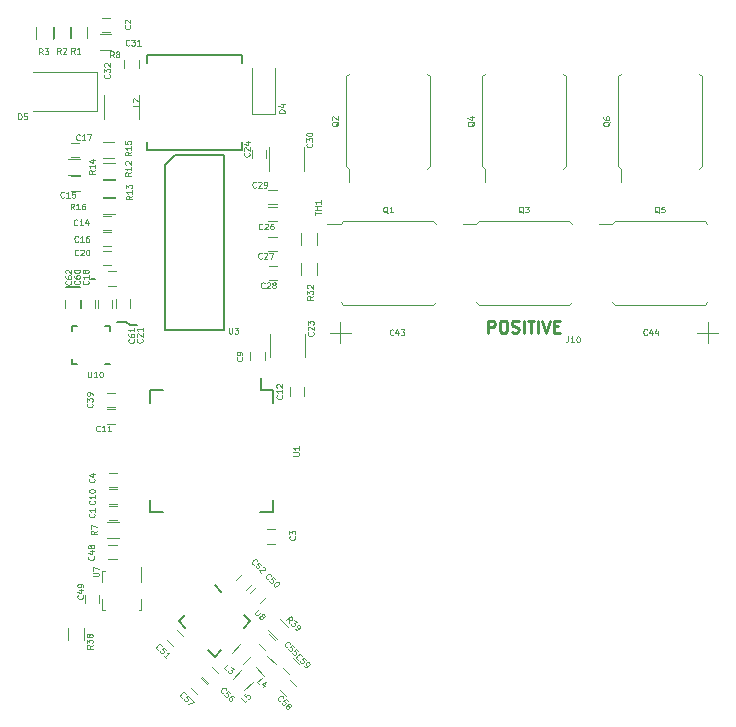
<source format=gbr>
G04 #@! TF.GenerationSoftware,KiCad,Pcbnew,(2017-08-25 revision dd37d0595)-makepkg*
G04 #@! TF.CreationDate,2018-04-16T21:33:21-04:00*
G04 #@! TF.ProjectId,VESC_6.4,564553435F362E342E6B696361645F70,rev?*
G04 #@! TF.SameCoordinates,Original*
G04 #@! TF.FileFunction,Legend,Top*
G04 #@! TF.FilePolarity,Positive*
%FSLAX46Y46*%
G04 Gerber Fmt 4.6, Leading zero omitted, Abs format (unit mm)*
G04 Created by KiCad (PCBNEW (2017-08-25 revision dd37d0595)-makepkg) date 04/16/18 21:33:21*
%MOMM*%
%LPD*%
G01*
G04 APERTURE LIST*
%ADD10C,0.200000*%
%ADD11C,0.250000*%
%ADD12C,0.120000*%
%ADD13C,0.150000*%
%ADD14C,0.125000*%
G04 APERTURE END LIST*
D10*
X130359680Y-87948800D02*
X130034680Y-87948800D01*
X129109680Y-88673800D02*
X127909680Y-88673800D01*
X133034680Y-91623800D02*
X132284680Y-91623800D01*
X133309680Y-91898800D02*
X133034680Y-91623800D01*
X133934680Y-91898800D02*
X133309680Y-91898800D01*
D11*
X163684680Y-92501180D02*
X163684680Y-91501180D01*
X164065632Y-91501180D01*
X164160870Y-91548800D01*
X164208489Y-91596419D01*
X164256108Y-91691657D01*
X164256108Y-91834514D01*
X164208489Y-91929752D01*
X164160870Y-91977371D01*
X164065632Y-92024990D01*
X163684680Y-92024990D01*
X164875156Y-91501180D02*
X165065632Y-91501180D01*
X165160870Y-91548800D01*
X165256108Y-91644038D01*
X165303727Y-91834514D01*
X165303727Y-92167847D01*
X165256108Y-92358323D01*
X165160870Y-92453561D01*
X165065632Y-92501180D01*
X164875156Y-92501180D01*
X164779918Y-92453561D01*
X164684680Y-92358323D01*
X164637060Y-92167847D01*
X164637060Y-91834514D01*
X164684680Y-91644038D01*
X164779918Y-91548800D01*
X164875156Y-91501180D01*
X165684680Y-92453561D02*
X165827537Y-92501180D01*
X166065632Y-92501180D01*
X166160870Y-92453561D01*
X166208489Y-92405942D01*
X166256108Y-92310704D01*
X166256108Y-92215466D01*
X166208489Y-92120228D01*
X166160870Y-92072609D01*
X166065632Y-92024990D01*
X165875156Y-91977371D01*
X165779918Y-91929752D01*
X165732299Y-91882133D01*
X165684680Y-91786895D01*
X165684680Y-91691657D01*
X165732299Y-91596419D01*
X165779918Y-91548800D01*
X165875156Y-91501180D01*
X166113251Y-91501180D01*
X166256108Y-91548800D01*
X166684680Y-92501180D02*
X166684680Y-91501180D01*
X167018013Y-91501180D02*
X167589441Y-91501180D01*
X167303727Y-92501180D02*
X167303727Y-91501180D01*
X167922775Y-92501180D02*
X167922775Y-91501180D01*
X168256108Y-91501180D02*
X168589441Y-92501180D01*
X168922775Y-91501180D01*
X169256108Y-91977371D02*
X169589441Y-91977371D01*
X169732299Y-92501180D02*
X169256108Y-92501180D01*
X169256108Y-91501180D01*
X169732299Y-91501180D01*
D12*
X182257400Y-93404900D02*
X182257400Y-91604900D01*
X183157400Y-92504900D02*
X181357400Y-92504900D01*
X151157400Y-91604900D02*
X151157400Y-93404900D01*
X150257400Y-92504900D02*
X152057400Y-92504900D01*
D13*
X136323300Y-78274100D02*
X137123300Y-77474100D01*
X137123300Y-77474100D02*
X141273300Y-77474100D01*
X141273300Y-77474100D02*
X141273300Y-92274100D01*
X141273300Y-92274100D02*
X136323300Y-92274100D01*
X136323300Y-92274100D02*
X136323300Y-78274100D01*
D12*
X130514300Y-73722500D02*
X130514300Y-70422500D01*
X130514300Y-70422500D02*
X125114300Y-70422500D01*
X130514300Y-73722500D02*
X125114300Y-73722500D01*
X143637760Y-73964360D02*
X145637760Y-73964360D01*
X145637760Y-73964360D02*
X145637760Y-70064360D01*
X143637760Y-73964360D02*
X143637760Y-70064360D01*
X132264900Y-108359500D02*
X131564900Y-108359500D01*
X131564900Y-107159500D02*
X132264900Y-107159500D01*
X130968000Y-65859100D02*
X131668000Y-65859100D01*
X131668000Y-67059100D02*
X130968000Y-67059100D01*
X145663400Y-110366100D02*
X144963400Y-110366100D01*
X144963400Y-109166100D02*
X145663400Y-109166100D01*
X132244580Y-105611220D02*
X131544580Y-105611220D01*
X131544580Y-104411220D02*
X132244580Y-104411220D01*
X143545000Y-94863400D02*
X143545000Y-94163400D01*
X144745000Y-94163400D02*
X144745000Y-94863400D01*
X131557280Y-105782820D02*
X132257280Y-105782820D01*
X132257280Y-106982820D02*
X131557280Y-106982820D01*
X132061700Y-100206100D02*
X131361700Y-100206100D01*
X131361700Y-99006100D02*
X132061700Y-99006100D01*
X148123200Y-97147900D02*
X148123200Y-97847900D01*
X146923200Y-97847900D02*
X146923200Y-97147900D01*
X131769600Y-83823100D02*
X131069600Y-83823100D01*
X131069600Y-82623100D02*
X131769600Y-82623100D01*
X129076380Y-80486912D02*
X128376380Y-80486912D01*
X128376380Y-79286912D02*
X129076380Y-79286912D01*
X131069600Y-83982000D02*
X131769600Y-83982000D01*
X131769600Y-85182000D02*
X131069600Y-85182000D01*
X129063680Y-77616712D02*
X128363680Y-77616712D01*
X128363680Y-76416712D02*
X129063680Y-76416712D01*
X131488700Y-87322100D02*
X132188700Y-87322100D01*
X132188700Y-88522100D02*
X131488700Y-88522100D01*
X131044200Y-85569500D02*
X131744200Y-85569500D01*
X131744200Y-86769500D02*
X131044200Y-86769500D01*
X132127700Y-90393000D02*
X132127700Y-89693000D01*
X133327700Y-89693000D02*
X133327700Y-90393000D01*
X148152300Y-94586300D02*
X148152300Y-92586300D01*
X145192300Y-92586300D02*
X145192300Y-94586300D01*
X143684700Y-77731100D02*
X143684700Y-77031100D01*
X144884700Y-77031100D02*
X144884700Y-77731100D01*
X145065000Y-81886500D02*
X145765000Y-81886500D01*
X145765000Y-83086500D02*
X145065000Y-83086500D01*
X145765000Y-85575700D02*
X145065000Y-85575700D01*
X145065000Y-84375700D02*
X145765000Y-84375700D01*
X145077700Y-86877600D02*
X145777700Y-86877600D01*
X145777700Y-88077600D02*
X145077700Y-88077600D01*
X145765000Y-81626000D02*
X145065000Y-81626000D01*
X145065000Y-80426000D02*
X145765000Y-80426000D01*
X148101500Y-78787500D02*
X148101500Y-76787500D01*
X145141500Y-76787500D02*
X145141500Y-78787500D01*
X132877000Y-70098400D02*
X132877000Y-69398400D01*
X134077000Y-69398400D02*
X134077000Y-70098400D01*
X134080700Y-74406000D02*
X134080700Y-72406000D01*
X131120700Y-72406000D02*
X131120700Y-74406000D01*
X131361700Y-97621800D02*
X132061700Y-97621800D01*
X132061700Y-98821800D02*
X131361700Y-98821800D01*
X131506480Y-110499600D02*
X132206480Y-110499600D01*
X132206480Y-111699600D02*
X131506480Y-111699600D01*
X129524200Y-115399300D02*
X129524200Y-114699300D01*
X130724200Y-114699300D02*
X130724200Y-115399300D01*
X143485949Y-114555023D02*
X143980923Y-114060049D01*
X144829451Y-114908577D02*
X144334477Y-115403551D01*
X137341857Y-117717649D02*
X137836831Y-118212623D01*
X136988303Y-119061151D02*
X136493329Y-118566177D01*
X142342949Y-113424723D02*
X142837923Y-112929749D01*
X143686451Y-113778277D02*
X143191477Y-114273251D01*
X145159977Y-118035149D02*
X145654951Y-118530123D01*
X144806423Y-119378651D02*
X144311449Y-118883677D01*
X139967723Y-122147251D02*
X139472749Y-121652277D01*
X140321277Y-120803749D02*
X140816251Y-121298723D01*
X139368777Y-121768949D02*
X139863751Y-122263923D01*
X139015223Y-123112451D02*
X138520249Y-122617477D01*
X146934907Y-121956379D02*
X147429881Y-122451353D01*
X146581353Y-123299881D02*
X146086379Y-122804907D01*
X146838423Y-121410651D02*
X146343449Y-120915677D01*
X147191977Y-120067149D02*
X147686951Y-120562123D01*
X130427020Y-89703160D02*
X130427020Y-90403160D01*
X129227020Y-90403160D02*
X129227020Y-89703160D01*
X130616400Y-90405700D02*
X130616400Y-89705700D01*
X131816400Y-89705700D02*
X131816400Y-90405700D01*
X129085900Y-89705700D02*
X129085900Y-90405700D01*
X127885900Y-90405700D02*
X127885900Y-89705700D01*
D13*
X134798300Y-77025000D02*
X142798300Y-77025000D01*
X142798300Y-69025000D02*
X134798300Y-69025000D01*
X134798300Y-76400000D02*
X134798300Y-77025000D01*
X134798300Y-69025000D02*
X134798300Y-69650000D01*
X142798300Y-76400000D02*
X142798300Y-77025000D01*
X142798300Y-69650000D02*
X142798300Y-69025000D01*
D12*
X141964414Y-119595621D02*
X142671521Y-118888514D01*
X143633186Y-119850179D02*
X142926079Y-120557286D01*
X144713151Y-121544816D02*
X144006044Y-120837709D01*
X144967709Y-119876044D02*
X145674816Y-120583151D01*
X143722086Y-122059979D02*
X143014979Y-122767086D01*
X142053314Y-121805421D02*
X142760421Y-121098314D01*
X151184040Y-89917060D02*
X151407400Y-90139900D01*
X159230760Y-89917060D02*
X159007400Y-90139900D01*
X159007400Y-90139900D02*
X151407400Y-90139900D01*
X151184040Y-83292740D02*
X151407400Y-83069900D01*
X159230760Y-83292740D02*
X159007400Y-83069900D01*
X159007400Y-83069900D02*
X151407400Y-83069900D01*
X150061360Y-83292740D02*
X151184040Y-83292740D01*
X158519560Y-78628260D02*
X158742400Y-78404900D01*
X158519560Y-70581540D02*
X158742400Y-70804900D01*
X158742400Y-70804900D02*
X158742400Y-78404900D01*
X151895240Y-78628260D02*
X151672400Y-78404900D01*
X151895240Y-70581540D02*
X151672400Y-70804900D01*
X151672400Y-70804900D02*
X151672400Y-78404900D01*
X151895240Y-79750940D02*
X151895240Y-78628260D01*
X161561360Y-83292740D02*
X162684040Y-83292740D01*
X170507400Y-83069900D02*
X162907400Y-83069900D01*
X170730760Y-83292740D02*
X170507400Y-83069900D01*
X162684040Y-83292740D02*
X162907400Y-83069900D01*
X170507400Y-90139900D02*
X162907400Y-90139900D01*
X170730760Y-89917060D02*
X170507400Y-90139900D01*
X162684040Y-89917060D02*
X162907400Y-90139900D01*
X163395240Y-79750940D02*
X163395240Y-78628260D01*
X163172400Y-70804900D02*
X163172400Y-78404900D01*
X163395240Y-70581540D02*
X163172400Y-70804900D01*
X163395240Y-78628260D02*
X163172400Y-78404900D01*
X170242400Y-70804900D02*
X170242400Y-78404900D01*
X170019560Y-70581540D02*
X170242400Y-70804900D01*
X170019560Y-78628260D02*
X170242400Y-78404900D01*
X173061360Y-83292740D02*
X174184040Y-83292740D01*
X182007400Y-83069900D02*
X174407400Y-83069900D01*
X182230760Y-83292740D02*
X182007400Y-83069900D01*
X174184040Y-83292740D02*
X174407400Y-83069900D01*
X182007400Y-90139900D02*
X174407400Y-90139900D01*
X182230760Y-89917060D02*
X182007400Y-90139900D01*
X174184040Y-89917060D02*
X174407400Y-90139900D01*
X181519560Y-78628260D02*
X181742400Y-78404900D01*
X181519560Y-70581540D02*
X181742400Y-70804900D01*
X181742400Y-70804900D02*
X181742400Y-78404900D01*
X174895240Y-78628260D02*
X174672400Y-78404900D01*
X174895240Y-70581540D02*
X174672400Y-70804900D01*
X174672400Y-70804900D02*
X174672400Y-78404900D01*
X174895240Y-79750940D02*
X174895240Y-78628260D01*
X128364700Y-67594100D02*
X128364700Y-66594100D01*
X129724700Y-66594100D02*
X129724700Y-67594100D01*
X128264200Y-66594100D02*
X128264200Y-67594100D01*
X126904200Y-67594100D02*
X126904200Y-66594100D01*
X125431000Y-67606800D02*
X125431000Y-66606800D01*
X126791000Y-66606800D02*
X126791000Y-67606800D01*
X131427600Y-108514600D02*
X132427600Y-108514600D01*
X132427600Y-109874600D02*
X131427600Y-109874600D01*
X130779900Y-67226900D02*
X131779900Y-67226900D01*
X131779900Y-68586900D02*
X130779900Y-68586900D01*
X131059300Y-78110800D02*
X132059300Y-78110800D01*
X132059300Y-79470800D02*
X131059300Y-79470800D01*
X132059300Y-80982100D02*
X131059300Y-80982100D01*
X131059300Y-79622100D02*
X132059300Y-79622100D01*
X129074680Y-79131812D02*
X128074680Y-79131812D01*
X128074680Y-77771812D02*
X129074680Y-77771812D01*
X131033900Y-76345500D02*
X132033900Y-76345500D01*
X132033900Y-77705500D02*
X131033900Y-77705500D01*
X131046600Y-81133400D02*
X132046600Y-81133400D01*
X132046600Y-82493400D02*
X131046600Y-82493400D01*
X149181100Y-86622000D02*
X149181100Y-87622000D01*
X147821100Y-87622000D02*
X147821100Y-86622000D01*
X128128480Y-118533800D02*
X128128480Y-117533800D01*
X129488480Y-117533800D02*
X129488480Y-118533800D01*
X146012179Y-116754914D02*
X146719286Y-117462021D01*
X145757621Y-118423686D02*
X145050514Y-117716579D01*
X147821100Y-85056600D02*
X147821100Y-84056600D01*
X149181100Y-84056600D02*
X149181100Y-85056600D01*
D13*
X144433800Y-97377500D02*
X144433800Y-96352500D01*
X145433800Y-107727500D02*
X145433800Y-106652500D01*
X135083800Y-107727500D02*
X135083800Y-106652500D01*
X135083800Y-97377500D02*
X135083800Y-98452500D01*
X145433800Y-97377500D02*
X145433800Y-98452500D01*
X135083800Y-97377500D02*
X136158800Y-97377500D01*
X135083800Y-107727500D02*
X136158800Y-107727500D01*
X145433800Y-107727500D02*
X144358800Y-107727500D01*
X145433800Y-97377500D02*
X144433800Y-97377500D01*
D12*
X131011500Y-115043600D02*
X131011500Y-115993600D01*
X134311500Y-112343600D02*
X134311500Y-113643600D01*
X134311500Y-115043600D02*
X134311500Y-115993600D01*
X131011500Y-112693600D02*
X131011500Y-113643600D01*
X134111500Y-115993600D02*
X134311500Y-115993600D01*
X131211500Y-115993600D02*
X131011500Y-115993600D01*
X131011500Y-112693600D02*
X131211500Y-112693600D01*
D13*
X143546148Y-116925782D02*
X142998140Y-116377774D01*
X140505589Y-119966341D02*
X139957581Y-119418333D01*
X137465030Y-116925782D02*
X138013038Y-117473790D01*
X140505589Y-113885223D02*
X141053597Y-114433231D01*
X140505589Y-119966341D02*
X141053597Y-119418333D01*
X137465030Y-116925782D02*
X138013038Y-116377774D01*
X143546148Y-116925782D02*
X142998140Y-117473790D01*
X131648000Y-95160900D02*
X131248000Y-95160900D01*
X128448000Y-95160900D02*
X128848000Y-95160900D01*
X128448000Y-95160900D02*
X128448000Y-94760900D01*
X128448000Y-91960900D02*
X128848000Y-91960900D01*
X128448000Y-91960900D02*
X128448000Y-92360900D01*
X131648000Y-91960900D02*
X131248000Y-91960900D01*
X131648000Y-91960900D02*
X131648000Y-92360900D01*
D14*
X177113251Y-92652371D02*
X177089441Y-92676180D01*
X177018013Y-92699990D01*
X176970394Y-92699990D01*
X176898965Y-92676180D01*
X176851346Y-92628561D01*
X176827537Y-92580942D01*
X176803727Y-92485704D01*
X176803727Y-92414276D01*
X176827537Y-92319038D01*
X176851346Y-92271419D01*
X176898965Y-92223800D01*
X176970394Y-92199990D01*
X177018013Y-92199990D01*
X177089441Y-92223800D01*
X177113251Y-92247609D01*
X177541822Y-92366657D02*
X177541822Y-92699990D01*
X177422775Y-92176180D02*
X177303727Y-92533323D01*
X177613251Y-92533323D01*
X178018013Y-92366657D02*
X178018013Y-92699990D01*
X177898965Y-92176180D02*
X177779918Y-92533323D01*
X178089441Y-92533323D01*
X155635971Y-92677371D02*
X155612161Y-92701180D01*
X155540733Y-92724990D01*
X155493114Y-92724990D01*
X155421685Y-92701180D01*
X155374066Y-92653561D01*
X155350257Y-92605942D01*
X155326447Y-92510704D01*
X155326447Y-92439276D01*
X155350257Y-92344038D01*
X155374066Y-92296419D01*
X155421685Y-92248800D01*
X155493114Y-92224990D01*
X155540733Y-92224990D01*
X155612161Y-92248800D01*
X155635971Y-92272609D01*
X156064542Y-92391657D02*
X156064542Y-92724990D01*
X155945495Y-92201180D02*
X155826447Y-92558323D01*
X156135971Y-92558323D01*
X156278828Y-92224990D02*
X156588352Y-92224990D01*
X156421685Y-92415466D01*
X156493114Y-92415466D01*
X156540733Y-92439276D01*
X156564542Y-92463085D01*
X156588352Y-92510704D01*
X156588352Y-92629752D01*
X156564542Y-92677371D01*
X156540733Y-92701180D01*
X156493114Y-92724990D01*
X156350257Y-92724990D01*
X156302638Y-92701180D01*
X156278828Y-92677371D01*
X141728727Y-92099990D02*
X141728727Y-92504752D01*
X141752537Y-92552371D01*
X141776346Y-92576180D01*
X141823965Y-92599990D01*
X141919203Y-92599990D01*
X141966822Y-92576180D01*
X141990632Y-92552371D01*
X142014441Y-92504752D01*
X142014441Y-92099990D01*
X142204918Y-92099990D02*
X142514441Y-92099990D01*
X142347775Y-92290466D01*
X142419203Y-92290466D01*
X142466822Y-92314276D01*
X142490632Y-92338085D01*
X142514441Y-92385704D01*
X142514441Y-92504752D01*
X142490632Y-92552371D01*
X142466822Y-92576180D01*
X142419203Y-92599990D01*
X142276346Y-92599990D01*
X142228727Y-92576180D01*
X142204918Y-92552371D01*
X123890632Y-74449990D02*
X123890632Y-73949990D01*
X124009680Y-73949990D01*
X124081108Y-73973800D01*
X124128727Y-74021419D01*
X124152537Y-74069038D01*
X124176346Y-74164276D01*
X124176346Y-74235704D01*
X124152537Y-74330942D01*
X124128727Y-74378561D01*
X124081108Y-74426180D01*
X124009680Y-74449990D01*
X123890632Y-74449990D01*
X124628727Y-73949990D02*
X124390632Y-73949990D01*
X124366822Y-74188085D01*
X124390632Y-74164276D01*
X124438251Y-74140466D01*
X124557299Y-74140466D01*
X124604918Y-74164276D01*
X124628727Y-74188085D01*
X124652537Y-74235704D01*
X124652537Y-74354752D01*
X124628727Y-74402371D01*
X124604918Y-74426180D01*
X124557299Y-74449990D01*
X124438251Y-74449990D01*
X124390632Y-74426180D01*
X124366822Y-74402371D01*
X146435870Y-73892847D02*
X145935870Y-73892847D01*
X145935870Y-73773800D01*
X145959680Y-73702371D01*
X146007299Y-73654752D01*
X146054918Y-73630942D01*
X146150156Y-73607133D01*
X146221584Y-73607133D01*
X146316822Y-73630942D01*
X146364441Y-73654752D01*
X146412060Y-73702371D01*
X146435870Y-73773800D01*
X146435870Y-73892847D01*
X146102537Y-73178561D02*
X146435870Y-73178561D01*
X145912060Y-73297609D02*
X146269203Y-73416657D01*
X146269203Y-73107133D01*
X170454918Y-92824990D02*
X170454918Y-93182133D01*
X170431108Y-93253561D01*
X170383489Y-93301180D01*
X170312060Y-93324990D01*
X170264441Y-93324990D01*
X170954918Y-93324990D02*
X170669203Y-93324990D01*
X170812060Y-93324990D02*
X170812060Y-92824990D01*
X170764441Y-92896419D01*
X170716822Y-92944038D01*
X170669203Y-92967847D01*
X171264441Y-92824990D02*
X171312060Y-92824990D01*
X171359680Y-92848800D01*
X171383489Y-92872609D01*
X171407299Y-92920228D01*
X171431108Y-93015466D01*
X171431108Y-93134514D01*
X171407299Y-93229752D01*
X171383489Y-93277371D01*
X171359680Y-93301180D01*
X171312060Y-93324990D01*
X171264441Y-93324990D01*
X171216822Y-93301180D01*
X171193013Y-93277371D01*
X171169203Y-93229752D01*
X171145394Y-93134514D01*
X171145394Y-93015466D01*
X171169203Y-92920228D01*
X171193013Y-92872609D01*
X171216822Y-92848800D01*
X171264441Y-92824990D01*
X130315471Y-107842833D02*
X130339280Y-107866642D01*
X130363090Y-107938071D01*
X130363090Y-107985690D01*
X130339280Y-108057119D01*
X130291661Y-108104738D01*
X130244042Y-108128547D01*
X130148804Y-108152357D01*
X130077376Y-108152357D01*
X129982138Y-108128547D01*
X129934519Y-108104738D01*
X129886900Y-108057119D01*
X129863090Y-107985690D01*
X129863090Y-107938071D01*
X129886900Y-107866642D01*
X129910709Y-107842833D01*
X130363090Y-107366642D02*
X130363090Y-107652357D01*
X130363090Y-107509500D02*
X129863090Y-107509500D01*
X129934519Y-107557119D01*
X129982138Y-107604738D01*
X130005947Y-107652357D01*
X133338251Y-66482133D02*
X133362060Y-66505942D01*
X133385870Y-66577371D01*
X133385870Y-66624990D01*
X133362060Y-66696419D01*
X133314441Y-66744038D01*
X133266822Y-66767847D01*
X133171584Y-66791657D01*
X133100156Y-66791657D01*
X133004918Y-66767847D01*
X132957299Y-66744038D01*
X132909680Y-66696419D01*
X132885870Y-66624990D01*
X132885870Y-66577371D01*
X132909680Y-66505942D01*
X132933489Y-66482133D01*
X132933489Y-66291657D02*
X132909680Y-66267847D01*
X132885870Y-66220228D01*
X132885870Y-66101180D01*
X132909680Y-66053561D01*
X132933489Y-66029752D01*
X132981108Y-66005942D01*
X133028727Y-66005942D01*
X133100156Y-66029752D01*
X133385870Y-66315466D01*
X133385870Y-66005942D01*
X147288251Y-109757133D02*
X147312060Y-109780942D01*
X147335870Y-109852371D01*
X147335870Y-109899990D01*
X147312060Y-109971419D01*
X147264441Y-110019038D01*
X147216822Y-110042847D01*
X147121584Y-110066657D01*
X147050156Y-110066657D01*
X146954918Y-110042847D01*
X146907299Y-110019038D01*
X146859680Y-109971419D01*
X146835870Y-109899990D01*
X146835870Y-109852371D01*
X146859680Y-109780942D01*
X146883489Y-109757133D01*
X146835870Y-109590466D02*
X146835870Y-109280942D01*
X147026346Y-109447609D01*
X147026346Y-109376180D01*
X147050156Y-109328561D01*
X147073965Y-109304752D01*
X147121584Y-109280942D01*
X147240632Y-109280942D01*
X147288251Y-109304752D01*
X147312060Y-109328561D01*
X147335870Y-109376180D01*
X147335870Y-109519038D01*
X147312060Y-109566657D01*
X147288251Y-109590466D01*
X130313251Y-104882133D02*
X130337060Y-104905942D01*
X130360870Y-104977371D01*
X130360870Y-105024990D01*
X130337060Y-105096419D01*
X130289441Y-105144038D01*
X130241822Y-105167847D01*
X130146584Y-105191657D01*
X130075156Y-105191657D01*
X129979918Y-105167847D01*
X129932299Y-105144038D01*
X129884680Y-105096419D01*
X129860870Y-105024990D01*
X129860870Y-104977371D01*
X129884680Y-104905942D01*
X129908489Y-104882133D01*
X130027537Y-104453561D02*
X130360870Y-104453561D01*
X129837060Y-104572609D02*
X130194203Y-104691657D01*
X130194203Y-104382133D01*
X142823571Y-94596733D02*
X142847380Y-94620542D01*
X142871190Y-94691971D01*
X142871190Y-94739590D01*
X142847380Y-94811019D01*
X142799761Y-94858638D01*
X142752142Y-94882447D01*
X142656904Y-94906257D01*
X142585476Y-94906257D01*
X142490238Y-94882447D01*
X142442619Y-94858638D01*
X142395000Y-94811019D01*
X142371190Y-94739590D01*
X142371190Y-94691971D01*
X142395000Y-94620542D01*
X142418809Y-94596733D01*
X142871190Y-94358638D02*
X142871190Y-94263400D01*
X142847380Y-94215780D01*
X142823571Y-94191971D01*
X142752142Y-94144352D01*
X142656904Y-94120542D01*
X142466428Y-94120542D01*
X142418809Y-94144352D01*
X142395000Y-94168161D01*
X142371190Y-94215780D01*
X142371190Y-94311019D01*
X142395000Y-94358638D01*
X142418809Y-94382447D01*
X142466428Y-94406257D01*
X142585476Y-94406257D01*
X142633095Y-94382447D01*
X142656904Y-94358638D01*
X142680714Y-94311019D01*
X142680714Y-94215780D01*
X142656904Y-94168161D01*
X142633095Y-94144352D01*
X142585476Y-94120542D01*
X130338251Y-106720228D02*
X130362060Y-106744038D01*
X130385870Y-106815466D01*
X130385870Y-106863085D01*
X130362060Y-106934514D01*
X130314441Y-106982133D01*
X130266822Y-107005942D01*
X130171584Y-107029752D01*
X130100156Y-107029752D01*
X130004918Y-107005942D01*
X129957299Y-106982133D01*
X129909680Y-106934514D01*
X129885870Y-106863085D01*
X129885870Y-106815466D01*
X129909680Y-106744038D01*
X129933489Y-106720228D01*
X130385870Y-106244038D02*
X130385870Y-106529752D01*
X130385870Y-106386895D02*
X129885870Y-106386895D01*
X129957299Y-106434514D01*
X130004918Y-106482133D01*
X130028727Y-106529752D01*
X129885870Y-105934514D02*
X129885870Y-105886895D01*
X129909680Y-105839276D01*
X129933489Y-105815466D01*
X129981108Y-105791657D01*
X130076346Y-105767847D01*
X130195394Y-105767847D01*
X130290632Y-105791657D01*
X130338251Y-105815466D01*
X130362060Y-105839276D01*
X130385870Y-105886895D01*
X130385870Y-105934514D01*
X130362060Y-105982133D01*
X130338251Y-106005942D01*
X130290632Y-106029752D01*
X130195394Y-106053561D01*
X130076346Y-106053561D01*
X129981108Y-106029752D01*
X129933489Y-106005942D01*
X129909680Y-105982133D01*
X129885870Y-105934514D01*
X130788251Y-100827371D02*
X130764441Y-100851180D01*
X130693013Y-100874990D01*
X130645394Y-100874990D01*
X130573965Y-100851180D01*
X130526346Y-100803561D01*
X130502537Y-100755942D01*
X130478727Y-100660704D01*
X130478727Y-100589276D01*
X130502537Y-100494038D01*
X130526346Y-100446419D01*
X130573965Y-100398800D01*
X130645394Y-100374990D01*
X130693013Y-100374990D01*
X130764441Y-100398800D01*
X130788251Y-100422609D01*
X131264441Y-100874990D02*
X130978727Y-100874990D01*
X131121584Y-100874990D02*
X131121584Y-100374990D01*
X131073965Y-100446419D01*
X131026346Y-100494038D01*
X130978727Y-100517847D01*
X131740632Y-100874990D02*
X131454918Y-100874990D01*
X131597775Y-100874990D02*
X131597775Y-100374990D01*
X131550156Y-100446419D01*
X131502537Y-100494038D01*
X131454918Y-100517847D01*
X146201771Y-97819328D02*
X146225580Y-97843138D01*
X146249390Y-97914566D01*
X146249390Y-97962185D01*
X146225580Y-98033614D01*
X146177961Y-98081233D01*
X146130342Y-98105042D01*
X146035104Y-98128852D01*
X145963676Y-98128852D01*
X145868438Y-98105042D01*
X145820819Y-98081233D01*
X145773200Y-98033614D01*
X145749390Y-97962185D01*
X145749390Y-97914566D01*
X145773200Y-97843138D01*
X145797009Y-97819328D01*
X146249390Y-97343138D02*
X146249390Y-97628852D01*
X146249390Y-97485995D02*
X145749390Y-97485995D01*
X145820819Y-97533614D01*
X145868438Y-97581233D01*
X145892247Y-97628852D01*
X145797009Y-97152661D02*
X145773200Y-97128852D01*
X145749390Y-97081233D01*
X145749390Y-96962185D01*
X145773200Y-96914566D01*
X145797009Y-96890757D01*
X145844628Y-96866947D01*
X145892247Y-96866947D01*
X145963676Y-96890757D01*
X146249390Y-97176471D01*
X146249390Y-96866947D01*
X128888251Y-83377371D02*
X128864441Y-83401180D01*
X128793013Y-83424990D01*
X128745394Y-83424990D01*
X128673965Y-83401180D01*
X128626346Y-83353561D01*
X128602537Y-83305942D01*
X128578727Y-83210704D01*
X128578727Y-83139276D01*
X128602537Y-83044038D01*
X128626346Y-82996419D01*
X128673965Y-82948800D01*
X128745394Y-82924990D01*
X128793013Y-82924990D01*
X128864441Y-82948800D01*
X128888251Y-82972609D01*
X129364441Y-83424990D02*
X129078727Y-83424990D01*
X129221584Y-83424990D02*
X129221584Y-82924990D01*
X129173965Y-82996419D01*
X129126346Y-83044038D01*
X129078727Y-83067847D01*
X129793013Y-83091657D02*
X129793013Y-83424990D01*
X129673965Y-82901180D02*
X129554918Y-83258323D01*
X129864441Y-83258323D01*
X127763251Y-81027371D02*
X127739441Y-81051180D01*
X127668013Y-81074990D01*
X127620394Y-81074990D01*
X127548965Y-81051180D01*
X127501346Y-81003561D01*
X127477537Y-80955942D01*
X127453727Y-80860704D01*
X127453727Y-80789276D01*
X127477537Y-80694038D01*
X127501346Y-80646419D01*
X127548965Y-80598800D01*
X127620394Y-80574990D01*
X127668013Y-80574990D01*
X127739441Y-80598800D01*
X127763251Y-80622609D01*
X128239441Y-81074990D02*
X127953727Y-81074990D01*
X128096584Y-81074990D02*
X128096584Y-80574990D01*
X128048965Y-80646419D01*
X128001346Y-80694038D01*
X127953727Y-80717847D01*
X128691822Y-80574990D02*
X128453727Y-80574990D01*
X128429918Y-80813085D01*
X128453727Y-80789276D01*
X128501346Y-80765466D01*
X128620394Y-80765466D01*
X128668013Y-80789276D01*
X128691822Y-80813085D01*
X128715632Y-80860704D01*
X128715632Y-80979752D01*
X128691822Y-81027371D01*
X128668013Y-81051180D01*
X128620394Y-81074990D01*
X128501346Y-81074990D01*
X128453727Y-81051180D01*
X128429918Y-81027371D01*
X128938251Y-84777371D02*
X128914441Y-84801180D01*
X128843013Y-84824990D01*
X128795394Y-84824990D01*
X128723965Y-84801180D01*
X128676346Y-84753561D01*
X128652537Y-84705942D01*
X128628727Y-84610704D01*
X128628727Y-84539276D01*
X128652537Y-84444038D01*
X128676346Y-84396419D01*
X128723965Y-84348800D01*
X128795394Y-84324990D01*
X128843013Y-84324990D01*
X128914441Y-84348800D01*
X128938251Y-84372609D01*
X129414441Y-84824990D02*
X129128727Y-84824990D01*
X129271584Y-84824990D02*
X129271584Y-84324990D01*
X129223965Y-84396419D01*
X129176346Y-84444038D01*
X129128727Y-84467847D01*
X129843013Y-84324990D02*
X129747775Y-84324990D01*
X129700156Y-84348800D01*
X129676346Y-84372609D01*
X129628727Y-84444038D01*
X129604918Y-84539276D01*
X129604918Y-84729752D01*
X129628727Y-84777371D01*
X129652537Y-84801180D01*
X129700156Y-84824990D01*
X129795394Y-84824990D01*
X129843013Y-84801180D01*
X129866822Y-84777371D01*
X129890632Y-84729752D01*
X129890632Y-84610704D01*
X129866822Y-84563085D01*
X129843013Y-84539276D01*
X129795394Y-84515466D01*
X129700156Y-84515466D01*
X129652537Y-84539276D01*
X129628727Y-84563085D01*
X129604918Y-84610704D01*
X129088251Y-76177371D02*
X129064441Y-76201180D01*
X128993013Y-76224990D01*
X128945394Y-76224990D01*
X128873965Y-76201180D01*
X128826346Y-76153561D01*
X128802537Y-76105942D01*
X128778727Y-76010704D01*
X128778727Y-75939276D01*
X128802537Y-75844038D01*
X128826346Y-75796419D01*
X128873965Y-75748800D01*
X128945394Y-75724990D01*
X128993013Y-75724990D01*
X129064441Y-75748800D01*
X129088251Y-75772609D01*
X129564441Y-76224990D02*
X129278727Y-76224990D01*
X129421584Y-76224990D02*
X129421584Y-75724990D01*
X129373965Y-75796419D01*
X129326346Y-75844038D01*
X129278727Y-75867847D01*
X129731108Y-75724990D02*
X130064441Y-75724990D01*
X129850156Y-76224990D01*
X129788251Y-88120228D02*
X129812060Y-88144038D01*
X129835870Y-88215466D01*
X129835870Y-88263085D01*
X129812060Y-88334514D01*
X129764441Y-88382133D01*
X129716822Y-88405942D01*
X129621584Y-88429752D01*
X129550156Y-88429752D01*
X129454918Y-88405942D01*
X129407299Y-88382133D01*
X129359680Y-88334514D01*
X129335870Y-88263085D01*
X129335870Y-88215466D01*
X129359680Y-88144038D01*
X129383489Y-88120228D01*
X129835870Y-87644038D02*
X129835870Y-87929752D01*
X129835870Y-87786895D02*
X129335870Y-87786895D01*
X129407299Y-87834514D01*
X129454918Y-87882133D01*
X129478727Y-87929752D01*
X129550156Y-87358323D02*
X129526346Y-87405942D01*
X129502537Y-87429752D01*
X129454918Y-87453561D01*
X129431108Y-87453561D01*
X129383489Y-87429752D01*
X129359680Y-87405942D01*
X129335870Y-87358323D01*
X129335870Y-87263085D01*
X129359680Y-87215466D01*
X129383489Y-87191657D01*
X129431108Y-87167847D01*
X129454918Y-87167847D01*
X129502537Y-87191657D01*
X129526346Y-87215466D01*
X129550156Y-87263085D01*
X129550156Y-87358323D01*
X129573965Y-87405942D01*
X129597775Y-87429752D01*
X129645394Y-87453561D01*
X129740632Y-87453561D01*
X129788251Y-87429752D01*
X129812060Y-87405942D01*
X129835870Y-87358323D01*
X129835870Y-87263085D01*
X129812060Y-87215466D01*
X129788251Y-87191657D01*
X129740632Y-87167847D01*
X129645394Y-87167847D01*
X129597775Y-87191657D01*
X129573965Y-87215466D01*
X129550156Y-87263085D01*
X128963251Y-85927371D02*
X128939441Y-85951180D01*
X128868013Y-85974990D01*
X128820394Y-85974990D01*
X128748965Y-85951180D01*
X128701346Y-85903561D01*
X128677537Y-85855942D01*
X128653727Y-85760704D01*
X128653727Y-85689276D01*
X128677537Y-85594038D01*
X128701346Y-85546419D01*
X128748965Y-85498800D01*
X128820394Y-85474990D01*
X128868013Y-85474990D01*
X128939441Y-85498800D01*
X128963251Y-85522609D01*
X129153727Y-85522609D02*
X129177537Y-85498800D01*
X129225156Y-85474990D01*
X129344203Y-85474990D01*
X129391822Y-85498800D01*
X129415632Y-85522609D01*
X129439441Y-85570228D01*
X129439441Y-85617847D01*
X129415632Y-85689276D01*
X129129918Y-85974990D01*
X129439441Y-85974990D01*
X129748965Y-85474990D02*
X129796584Y-85474990D01*
X129844203Y-85498800D01*
X129868013Y-85522609D01*
X129891822Y-85570228D01*
X129915632Y-85665466D01*
X129915632Y-85784514D01*
X129891822Y-85879752D01*
X129868013Y-85927371D01*
X129844203Y-85951180D01*
X129796584Y-85974990D01*
X129748965Y-85974990D01*
X129701346Y-85951180D01*
X129677537Y-85927371D01*
X129653727Y-85879752D01*
X129629918Y-85784514D01*
X129629918Y-85665466D01*
X129653727Y-85570228D01*
X129677537Y-85522609D01*
X129701346Y-85498800D01*
X129748965Y-85474990D01*
X134363251Y-93045228D02*
X134387060Y-93069038D01*
X134410870Y-93140466D01*
X134410870Y-93188085D01*
X134387060Y-93259514D01*
X134339441Y-93307133D01*
X134291822Y-93330942D01*
X134196584Y-93354752D01*
X134125156Y-93354752D01*
X134029918Y-93330942D01*
X133982299Y-93307133D01*
X133934680Y-93259514D01*
X133910870Y-93188085D01*
X133910870Y-93140466D01*
X133934680Y-93069038D01*
X133958489Y-93045228D01*
X133958489Y-92854752D02*
X133934680Y-92830942D01*
X133910870Y-92783323D01*
X133910870Y-92664276D01*
X133934680Y-92616657D01*
X133958489Y-92592847D01*
X134006108Y-92569038D01*
X134053727Y-92569038D01*
X134125156Y-92592847D01*
X134410870Y-92878561D01*
X134410870Y-92569038D01*
X134410870Y-92092847D02*
X134410870Y-92378561D01*
X134410870Y-92235704D02*
X133910870Y-92235704D01*
X133982299Y-92283323D01*
X134029918Y-92330942D01*
X134053727Y-92378561D01*
X148838251Y-92470228D02*
X148862060Y-92494038D01*
X148885870Y-92565466D01*
X148885870Y-92613085D01*
X148862060Y-92684514D01*
X148814441Y-92732133D01*
X148766822Y-92755942D01*
X148671584Y-92779752D01*
X148600156Y-92779752D01*
X148504918Y-92755942D01*
X148457299Y-92732133D01*
X148409680Y-92684514D01*
X148385870Y-92613085D01*
X148385870Y-92565466D01*
X148409680Y-92494038D01*
X148433489Y-92470228D01*
X148433489Y-92279752D02*
X148409680Y-92255942D01*
X148385870Y-92208323D01*
X148385870Y-92089276D01*
X148409680Y-92041657D01*
X148433489Y-92017847D01*
X148481108Y-91994038D01*
X148528727Y-91994038D01*
X148600156Y-92017847D01*
X148885870Y-92303561D01*
X148885870Y-91994038D01*
X148385870Y-91827371D02*
X148385870Y-91517847D01*
X148576346Y-91684514D01*
X148576346Y-91613085D01*
X148600156Y-91565466D01*
X148623965Y-91541657D01*
X148671584Y-91517847D01*
X148790632Y-91517847D01*
X148838251Y-91541657D01*
X148862060Y-91565466D01*
X148885870Y-91613085D01*
X148885870Y-91755942D01*
X148862060Y-91803561D01*
X148838251Y-91827371D01*
X143438251Y-77295228D02*
X143462060Y-77319038D01*
X143485870Y-77390466D01*
X143485870Y-77438085D01*
X143462060Y-77509514D01*
X143414441Y-77557133D01*
X143366822Y-77580942D01*
X143271584Y-77604752D01*
X143200156Y-77604752D01*
X143104918Y-77580942D01*
X143057299Y-77557133D01*
X143009680Y-77509514D01*
X142985870Y-77438085D01*
X142985870Y-77390466D01*
X143009680Y-77319038D01*
X143033489Y-77295228D01*
X143033489Y-77104752D02*
X143009680Y-77080942D01*
X142985870Y-77033323D01*
X142985870Y-76914276D01*
X143009680Y-76866657D01*
X143033489Y-76842847D01*
X143081108Y-76819038D01*
X143128727Y-76819038D01*
X143200156Y-76842847D01*
X143485870Y-77128561D01*
X143485870Y-76819038D01*
X143152537Y-76390466D02*
X143485870Y-76390466D01*
X142962060Y-76509514D02*
X143319203Y-76628561D01*
X143319203Y-76319038D01*
X144563251Y-83727371D02*
X144539441Y-83751180D01*
X144468013Y-83774990D01*
X144420394Y-83774990D01*
X144348965Y-83751180D01*
X144301346Y-83703561D01*
X144277537Y-83655942D01*
X144253727Y-83560704D01*
X144253727Y-83489276D01*
X144277537Y-83394038D01*
X144301346Y-83346419D01*
X144348965Y-83298800D01*
X144420394Y-83274990D01*
X144468013Y-83274990D01*
X144539441Y-83298800D01*
X144563251Y-83322609D01*
X144753727Y-83322609D02*
X144777537Y-83298800D01*
X144825156Y-83274990D01*
X144944203Y-83274990D01*
X144991822Y-83298800D01*
X145015632Y-83322609D01*
X145039441Y-83370228D01*
X145039441Y-83417847D01*
X145015632Y-83489276D01*
X144729918Y-83774990D01*
X145039441Y-83774990D01*
X145468013Y-83274990D02*
X145372775Y-83274990D01*
X145325156Y-83298800D01*
X145301346Y-83322609D01*
X145253727Y-83394038D01*
X145229918Y-83489276D01*
X145229918Y-83679752D01*
X145253727Y-83727371D01*
X145277537Y-83751180D01*
X145325156Y-83774990D01*
X145420394Y-83774990D01*
X145468013Y-83751180D01*
X145491822Y-83727371D01*
X145515632Y-83679752D01*
X145515632Y-83560704D01*
X145491822Y-83513085D01*
X145468013Y-83489276D01*
X145420394Y-83465466D01*
X145325156Y-83465466D01*
X145277537Y-83489276D01*
X145253727Y-83513085D01*
X145229918Y-83560704D01*
X144513251Y-86202371D02*
X144489441Y-86226180D01*
X144418013Y-86249990D01*
X144370394Y-86249990D01*
X144298965Y-86226180D01*
X144251346Y-86178561D01*
X144227537Y-86130942D01*
X144203727Y-86035704D01*
X144203727Y-85964276D01*
X144227537Y-85869038D01*
X144251346Y-85821419D01*
X144298965Y-85773800D01*
X144370394Y-85749990D01*
X144418013Y-85749990D01*
X144489441Y-85773800D01*
X144513251Y-85797609D01*
X144703727Y-85797609D02*
X144727537Y-85773800D01*
X144775156Y-85749990D01*
X144894203Y-85749990D01*
X144941822Y-85773800D01*
X144965632Y-85797609D01*
X144989441Y-85845228D01*
X144989441Y-85892847D01*
X144965632Y-85964276D01*
X144679918Y-86249990D01*
X144989441Y-86249990D01*
X145156108Y-85749990D02*
X145489441Y-85749990D01*
X145275156Y-86249990D01*
X144738251Y-88702371D02*
X144714441Y-88726180D01*
X144643013Y-88749990D01*
X144595394Y-88749990D01*
X144523965Y-88726180D01*
X144476346Y-88678561D01*
X144452537Y-88630942D01*
X144428727Y-88535704D01*
X144428727Y-88464276D01*
X144452537Y-88369038D01*
X144476346Y-88321419D01*
X144523965Y-88273800D01*
X144595394Y-88249990D01*
X144643013Y-88249990D01*
X144714441Y-88273800D01*
X144738251Y-88297609D01*
X144928727Y-88297609D02*
X144952537Y-88273800D01*
X145000156Y-88249990D01*
X145119203Y-88249990D01*
X145166822Y-88273800D01*
X145190632Y-88297609D01*
X145214441Y-88345228D01*
X145214441Y-88392847D01*
X145190632Y-88464276D01*
X144904918Y-88749990D01*
X145214441Y-88749990D01*
X145500156Y-88464276D02*
X145452537Y-88440466D01*
X145428727Y-88416657D01*
X145404918Y-88369038D01*
X145404918Y-88345228D01*
X145428727Y-88297609D01*
X145452537Y-88273800D01*
X145500156Y-88249990D01*
X145595394Y-88249990D01*
X145643013Y-88273800D01*
X145666822Y-88297609D01*
X145690632Y-88345228D01*
X145690632Y-88369038D01*
X145666822Y-88416657D01*
X145643013Y-88440466D01*
X145595394Y-88464276D01*
X145500156Y-88464276D01*
X145452537Y-88488085D01*
X145428727Y-88511895D01*
X145404918Y-88559514D01*
X145404918Y-88654752D01*
X145428727Y-88702371D01*
X145452537Y-88726180D01*
X145500156Y-88749990D01*
X145595394Y-88749990D01*
X145643013Y-88726180D01*
X145666822Y-88702371D01*
X145690632Y-88654752D01*
X145690632Y-88559514D01*
X145666822Y-88511895D01*
X145643013Y-88488085D01*
X145595394Y-88464276D01*
X144013251Y-80177371D02*
X143989441Y-80201180D01*
X143918013Y-80224990D01*
X143870394Y-80224990D01*
X143798965Y-80201180D01*
X143751346Y-80153561D01*
X143727537Y-80105942D01*
X143703727Y-80010704D01*
X143703727Y-79939276D01*
X143727537Y-79844038D01*
X143751346Y-79796419D01*
X143798965Y-79748800D01*
X143870394Y-79724990D01*
X143918013Y-79724990D01*
X143989441Y-79748800D01*
X144013251Y-79772609D01*
X144203727Y-79772609D02*
X144227537Y-79748800D01*
X144275156Y-79724990D01*
X144394203Y-79724990D01*
X144441822Y-79748800D01*
X144465632Y-79772609D01*
X144489441Y-79820228D01*
X144489441Y-79867847D01*
X144465632Y-79939276D01*
X144179918Y-80224990D01*
X144489441Y-80224990D01*
X144727537Y-80224990D02*
X144822775Y-80224990D01*
X144870394Y-80201180D01*
X144894203Y-80177371D01*
X144941822Y-80105942D01*
X144965632Y-80010704D01*
X144965632Y-79820228D01*
X144941822Y-79772609D01*
X144918013Y-79748800D01*
X144870394Y-79724990D01*
X144775156Y-79724990D01*
X144727537Y-79748800D01*
X144703727Y-79772609D01*
X144679918Y-79820228D01*
X144679918Y-79939276D01*
X144703727Y-79986895D01*
X144727537Y-80010704D01*
X144775156Y-80034514D01*
X144870394Y-80034514D01*
X144918013Y-80010704D01*
X144941822Y-79986895D01*
X144965632Y-79939276D01*
X148738251Y-76520228D02*
X148762060Y-76544038D01*
X148785870Y-76615466D01*
X148785870Y-76663085D01*
X148762060Y-76734514D01*
X148714441Y-76782133D01*
X148666822Y-76805942D01*
X148571584Y-76829752D01*
X148500156Y-76829752D01*
X148404918Y-76805942D01*
X148357299Y-76782133D01*
X148309680Y-76734514D01*
X148285870Y-76663085D01*
X148285870Y-76615466D01*
X148309680Y-76544038D01*
X148333489Y-76520228D01*
X148285870Y-76353561D02*
X148285870Y-76044038D01*
X148476346Y-76210704D01*
X148476346Y-76139276D01*
X148500156Y-76091657D01*
X148523965Y-76067847D01*
X148571584Y-76044038D01*
X148690632Y-76044038D01*
X148738251Y-76067847D01*
X148762060Y-76091657D01*
X148785870Y-76139276D01*
X148785870Y-76282133D01*
X148762060Y-76329752D01*
X148738251Y-76353561D01*
X148285870Y-75734514D02*
X148285870Y-75686895D01*
X148309680Y-75639276D01*
X148333489Y-75615466D01*
X148381108Y-75591657D01*
X148476346Y-75567847D01*
X148595394Y-75567847D01*
X148690632Y-75591657D01*
X148738251Y-75615466D01*
X148762060Y-75639276D01*
X148785870Y-75686895D01*
X148785870Y-75734514D01*
X148762060Y-75782133D01*
X148738251Y-75805942D01*
X148690632Y-75829752D01*
X148595394Y-75853561D01*
X148476346Y-75853561D01*
X148381108Y-75829752D01*
X148333489Y-75805942D01*
X148309680Y-75782133D01*
X148285870Y-75734514D01*
X133288251Y-68152371D02*
X133264441Y-68176180D01*
X133193013Y-68199990D01*
X133145394Y-68199990D01*
X133073965Y-68176180D01*
X133026346Y-68128561D01*
X133002537Y-68080942D01*
X132978727Y-67985704D01*
X132978727Y-67914276D01*
X133002537Y-67819038D01*
X133026346Y-67771419D01*
X133073965Y-67723800D01*
X133145394Y-67699990D01*
X133193013Y-67699990D01*
X133264441Y-67723800D01*
X133288251Y-67747609D01*
X133454918Y-67699990D02*
X133764441Y-67699990D01*
X133597775Y-67890466D01*
X133669203Y-67890466D01*
X133716822Y-67914276D01*
X133740632Y-67938085D01*
X133764441Y-67985704D01*
X133764441Y-68104752D01*
X133740632Y-68152371D01*
X133716822Y-68176180D01*
X133669203Y-68199990D01*
X133526346Y-68199990D01*
X133478727Y-68176180D01*
X133454918Y-68152371D01*
X134240632Y-68199990D02*
X133954918Y-68199990D01*
X134097775Y-68199990D02*
X134097775Y-67699990D01*
X134050156Y-67771419D01*
X134002537Y-67819038D01*
X133954918Y-67842847D01*
X131613251Y-70645228D02*
X131637060Y-70669038D01*
X131660870Y-70740466D01*
X131660870Y-70788085D01*
X131637060Y-70859514D01*
X131589441Y-70907133D01*
X131541822Y-70930942D01*
X131446584Y-70954752D01*
X131375156Y-70954752D01*
X131279918Y-70930942D01*
X131232299Y-70907133D01*
X131184680Y-70859514D01*
X131160870Y-70788085D01*
X131160870Y-70740466D01*
X131184680Y-70669038D01*
X131208489Y-70645228D01*
X131160870Y-70478561D02*
X131160870Y-70169038D01*
X131351346Y-70335704D01*
X131351346Y-70264276D01*
X131375156Y-70216657D01*
X131398965Y-70192847D01*
X131446584Y-70169038D01*
X131565632Y-70169038D01*
X131613251Y-70192847D01*
X131637060Y-70216657D01*
X131660870Y-70264276D01*
X131660870Y-70407133D01*
X131637060Y-70454752D01*
X131613251Y-70478561D01*
X131208489Y-69978561D02*
X131184680Y-69954752D01*
X131160870Y-69907133D01*
X131160870Y-69788085D01*
X131184680Y-69740466D01*
X131208489Y-69716657D01*
X131256108Y-69692847D01*
X131303727Y-69692847D01*
X131375156Y-69716657D01*
X131660870Y-70002371D01*
X131660870Y-69692847D01*
X130138251Y-98520228D02*
X130162060Y-98544038D01*
X130185870Y-98615466D01*
X130185870Y-98663085D01*
X130162060Y-98734514D01*
X130114441Y-98782133D01*
X130066822Y-98805942D01*
X129971584Y-98829752D01*
X129900156Y-98829752D01*
X129804918Y-98805942D01*
X129757299Y-98782133D01*
X129709680Y-98734514D01*
X129685870Y-98663085D01*
X129685870Y-98615466D01*
X129709680Y-98544038D01*
X129733489Y-98520228D01*
X129685870Y-98353561D02*
X129685870Y-98044038D01*
X129876346Y-98210704D01*
X129876346Y-98139276D01*
X129900156Y-98091657D01*
X129923965Y-98067847D01*
X129971584Y-98044038D01*
X130090632Y-98044038D01*
X130138251Y-98067847D01*
X130162060Y-98091657D01*
X130185870Y-98139276D01*
X130185870Y-98282133D01*
X130162060Y-98329752D01*
X130138251Y-98353561D01*
X130185870Y-97805942D02*
X130185870Y-97710704D01*
X130162060Y-97663085D01*
X130138251Y-97639276D01*
X130066822Y-97591657D01*
X129971584Y-97567847D01*
X129781108Y-97567847D01*
X129733489Y-97591657D01*
X129709680Y-97615466D01*
X129685870Y-97663085D01*
X129685870Y-97758323D01*
X129709680Y-97805942D01*
X129733489Y-97829752D01*
X129781108Y-97853561D01*
X129900156Y-97853561D01*
X129947775Y-97829752D01*
X129971584Y-97805942D01*
X129995394Y-97758323D01*
X129995394Y-97663085D01*
X129971584Y-97615466D01*
X129947775Y-97591657D01*
X129900156Y-97567847D01*
X130263251Y-111445228D02*
X130287060Y-111469038D01*
X130310870Y-111540466D01*
X130310870Y-111588085D01*
X130287060Y-111659514D01*
X130239441Y-111707133D01*
X130191822Y-111730942D01*
X130096584Y-111754752D01*
X130025156Y-111754752D01*
X129929918Y-111730942D01*
X129882299Y-111707133D01*
X129834680Y-111659514D01*
X129810870Y-111588085D01*
X129810870Y-111540466D01*
X129834680Y-111469038D01*
X129858489Y-111445228D01*
X129977537Y-111016657D02*
X130310870Y-111016657D01*
X129787060Y-111135704D02*
X130144203Y-111254752D01*
X130144203Y-110945228D01*
X130025156Y-110683323D02*
X130001346Y-110730942D01*
X129977537Y-110754752D01*
X129929918Y-110778561D01*
X129906108Y-110778561D01*
X129858489Y-110754752D01*
X129834680Y-110730942D01*
X129810870Y-110683323D01*
X129810870Y-110588085D01*
X129834680Y-110540466D01*
X129858489Y-110516657D01*
X129906108Y-110492847D01*
X129929918Y-110492847D01*
X129977537Y-110516657D01*
X130001346Y-110540466D01*
X130025156Y-110588085D01*
X130025156Y-110683323D01*
X130048965Y-110730942D01*
X130072775Y-110754752D01*
X130120394Y-110778561D01*
X130215632Y-110778561D01*
X130263251Y-110754752D01*
X130287060Y-110730942D01*
X130310870Y-110683323D01*
X130310870Y-110588085D01*
X130287060Y-110540466D01*
X130263251Y-110516657D01*
X130215632Y-110492847D01*
X130120394Y-110492847D01*
X130072775Y-110516657D01*
X130048965Y-110540466D01*
X130025156Y-110588085D01*
X129338251Y-114745228D02*
X129362060Y-114769038D01*
X129385870Y-114840466D01*
X129385870Y-114888085D01*
X129362060Y-114959514D01*
X129314441Y-115007133D01*
X129266822Y-115030942D01*
X129171584Y-115054752D01*
X129100156Y-115054752D01*
X129004918Y-115030942D01*
X128957299Y-115007133D01*
X128909680Y-114959514D01*
X128885870Y-114888085D01*
X128885870Y-114840466D01*
X128909680Y-114769038D01*
X128933489Y-114745228D01*
X129052537Y-114316657D02*
X129385870Y-114316657D01*
X128862060Y-114435704D02*
X129219203Y-114554752D01*
X129219203Y-114245228D01*
X129385870Y-114030942D02*
X129385870Y-113935704D01*
X129362060Y-113888085D01*
X129338251Y-113864276D01*
X129266822Y-113816657D01*
X129171584Y-113792847D01*
X128981108Y-113792847D01*
X128933489Y-113816657D01*
X128909680Y-113840466D01*
X128885870Y-113888085D01*
X128885870Y-113983323D01*
X128909680Y-114030942D01*
X128933489Y-114054752D01*
X128981108Y-114078561D01*
X129100156Y-114078561D01*
X129147775Y-114054752D01*
X129171584Y-114030942D01*
X129195394Y-113983323D01*
X129195394Y-113888085D01*
X129171584Y-113840466D01*
X129147775Y-113816657D01*
X129100156Y-113792847D01*
X145023346Y-113373484D02*
X144989674Y-113373484D01*
X144922331Y-113339812D01*
X144888659Y-113306141D01*
X144854987Y-113238797D01*
X144854987Y-113171454D01*
X144871823Y-113120946D01*
X144922331Y-113036767D01*
X144972838Y-112986259D01*
X145057018Y-112935751D01*
X145107525Y-112918916D01*
X145174869Y-112918916D01*
X145242212Y-112952587D01*
X145275884Y-112986259D01*
X145309556Y-113053603D01*
X145309556Y-113087274D01*
X145663109Y-113373484D02*
X145494751Y-113205125D01*
X145309556Y-113356648D01*
X145343228Y-113356648D01*
X145393735Y-113373484D01*
X145477915Y-113457664D01*
X145494751Y-113508171D01*
X145494751Y-113541843D01*
X145477915Y-113592351D01*
X145393735Y-113676530D01*
X145343228Y-113693366D01*
X145309556Y-113693366D01*
X145259048Y-113676530D01*
X145174869Y-113592351D01*
X145158033Y-113541843D01*
X145158033Y-113508171D01*
X145898812Y-113609187D02*
X145932483Y-113642858D01*
X145949319Y-113693366D01*
X145949319Y-113727038D01*
X145932483Y-113777545D01*
X145881976Y-113861725D01*
X145797796Y-113945904D01*
X145713617Y-113996412D01*
X145663109Y-114013248D01*
X145629438Y-114013248D01*
X145578930Y-113996412D01*
X145545258Y-113962740D01*
X145528422Y-113912232D01*
X145528422Y-113878561D01*
X145545258Y-113828053D01*
X145595766Y-113743874D01*
X145679945Y-113659694D01*
X145764125Y-113609187D01*
X145814632Y-113592351D01*
X145848304Y-113592351D01*
X145898812Y-113609187D01*
X135750866Y-119349044D02*
X135717194Y-119349044D01*
X135649851Y-119315372D01*
X135616179Y-119281701D01*
X135582507Y-119214357D01*
X135582507Y-119147014D01*
X135599343Y-119096506D01*
X135649851Y-119012327D01*
X135700358Y-118961819D01*
X135784538Y-118911311D01*
X135835045Y-118894476D01*
X135902389Y-118894476D01*
X135969732Y-118928147D01*
X136003404Y-118961819D01*
X136037076Y-119029163D01*
X136037076Y-119062834D01*
X136390629Y-119349044D02*
X136222271Y-119180685D01*
X136037076Y-119332208D01*
X136070748Y-119332208D01*
X136121255Y-119349044D01*
X136205435Y-119433224D01*
X136222271Y-119483731D01*
X136222271Y-119517403D01*
X136205435Y-119567911D01*
X136121255Y-119652090D01*
X136070748Y-119668926D01*
X136037076Y-119668926D01*
X135986568Y-119652090D01*
X135902389Y-119567911D01*
X135885553Y-119517403D01*
X135885553Y-119483731D01*
X136390629Y-120056151D02*
X136188599Y-119854121D01*
X136289614Y-119955136D02*
X136643168Y-119601582D01*
X136558988Y-119618418D01*
X136491645Y-119618418D01*
X136441137Y-119601582D01*
X143842246Y-112154284D02*
X143808574Y-112154284D01*
X143741231Y-112120612D01*
X143707559Y-112086941D01*
X143673887Y-112019597D01*
X143673887Y-111952254D01*
X143690723Y-111901746D01*
X143741231Y-111817567D01*
X143791738Y-111767059D01*
X143875918Y-111716551D01*
X143926425Y-111699716D01*
X143993769Y-111699716D01*
X144061112Y-111733387D01*
X144094784Y-111767059D01*
X144128456Y-111834403D01*
X144128456Y-111868074D01*
X144482009Y-112154284D02*
X144313651Y-111985925D01*
X144128456Y-112137448D01*
X144162128Y-112137448D01*
X144212635Y-112154284D01*
X144296815Y-112238464D01*
X144313651Y-112288971D01*
X144313651Y-112322643D01*
X144296815Y-112373151D01*
X144212635Y-112457330D01*
X144162128Y-112474166D01*
X144128456Y-112474166D01*
X144077948Y-112457330D01*
X143993769Y-112373151D01*
X143976933Y-112322643D01*
X143976933Y-112288971D01*
X144599861Y-112339479D02*
X144633532Y-112339479D01*
X144684040Y-112356315D01*
X144768219Y-112440494D01*
X144785055Y-112491002D01*
X144785055Y-112524674D01*
X144768219Y-112575181D01*
X144734548Y-112608853D01*
X144667204Y-112642525D01*
X144263143Y-112642525D01*
X144482009Y-112861391D01*
X146631126Y-119147784D02*
X146597454Y-119147784D01*
X146530111Y-119114112D01*
X146496439Y-119080441D01*
X146462767Y-119013097D01*
X146462767Y-118945754D01*
X146479603Y-118895246D01*
X146530111Y-118811067D01*
X146580618Y-118760559D01*
X146664798Y-118710051D01*
X146715305Y-118693216D01*
X146782649Y-118693216D01*
X146849992Y-118726887D01*
X146883664Y-118760559D01*
X146917336Y-118827903D01*
X146917336Y-118861574D01*
X147270889Y-119147784D02*
X147102531Y-118979425D01*
X146917336Y-119130948D01*
X146951008Y-119130948D01*
X147001515Y-119147784D01*
X147085695Y-119231964D01*
X147102531Y-119282471D01*
X147102531Y-119316143D01*
X147085695Y-119366651D01*
X147001515Y-119450830D01*
X146951008Y-119467666D01*
X146917336Y-119467666D01*
X146866828Y-119450830D01*
X146782649Y-119366651D01*
X146765813Y-119316143D01*
X146765813Y-119282471D01*
X147607607Y-119484502D02*
X147439248Y-119316143D01*
X147254054Y-119467666D01*
X147287725Y-119467666D01*
X147338233Y-119484502D01*
X147422412Y-119568681D01*
X147439248Y-119619189D01*
X147439248Y-119652861D01*
X147422412Y-119703368D01*
X147338233Y-119787548D01*
X147287725Y-119804383D01*
X147254054Y-119804383D01*
X147203546Y-119787548D01*
X147119367Y-119703368D01*
X147102531Y-119652861D01*
X147102531Y-119619189D01*
X141206126Y-123022784D02*
X141172454Y-123022784D01*
X141105111Y-122989112D01*
X141071439Y-122955441D01*
X141037767Y-122888097D01*
X141037767Y-122820754D01*
X141054603Y-122770246D01*
X141105111Y-122686067D01*
X141155618Y-122635559D01*
X141239798Y-122585051D01*
X141290305Y-122568216D01*
X141357649Y-122568216D01*
X141424992Y-122601887D01*
X141458664Y-122635559D01*
X141492336Y-122702903D01*
X141492336Y-122736574D01*
X141845889Y-123022784D02*
X141677531Y-122854425D01*
X141492336Y-123005948D01*
X141526008Y-123005948D01*
X141576515Y-123022784D01*
X141660695Y-123106964D01*
X141677531Y-123157471D01*
X141677531Y-123191143D01*
X141660695Y-123241651D01*
X141576515Y-123325830D01*
X141526008Y-123342666D01*
X141492336Y-123342666D01*
X141441828Y-123325830D01*
X141357649Y-123241651D01*
X141340813Y-123191143D01*
X141340813Y-123157471D01*
X142165771Y-123342666D02*
X142098428Y-123275322D01*
X142047920Y-123258487D01*
X142014248Y-123258487D01*
X141930069Y-123275322D01*
X141845889Y-123325830D01*
X141711202Y-123460517D01*
X141694367Y-123511025D01*
X141694367Y-123544696D01*
X141711202Y-123595204D01*
X141778546Y-123662548D01*
X141829054Y-123679383D01*
X141862725Y-123679383D01*
X141913233Y-123662548D01*
X141997412Y-123578368D01*
X142014248Y-123527861D01*
X142014248Y-123494189D01*
X141997412Y-123443681D01*
X141930069Y-123376338D01*
X141879561Y-123359502D01*
X141845889Y-123359502D01*
X141795382Y-123376338D01*
X137777786Y-123400344D02*
X137744114Y-123400344D01*
X137676771Y-123366672D01*
X137643099Y-123333001D01*
X137609427Y-123265657D01*
X137609427Y-123198314D01*
X137626263Y-123147806D01*
X137676771Y-123063627D01*
X137727278Y-123013119D01*
X137811458Y-122962611D01*
X137861965Y-122945776D01*
X137929309Y-122945776D01*
X137996652Y-122979447D01*
X138030324Y-123013119D01*
X138063996Y-123080463D01*
X138063996Y-123114134D01*
X138417549Y-123400344D02*
X138249191Y-123231985D01*
X138063996Y-123383508D01*
X138097668Y-123383508D01*
X138148175Y-123400344D01*
X138232355Y-123484524D01*
X138249191Y-123535031D01*
X138249191Y-123568703D01*
X138232355Y-123619211D01*
X138148175Y-123703390D01*
X138097668Y-123720226D01*
X138063996Y-123720226D01*
X138013488Y-123703390D01*
X137929309Y-123619211D01*
X137912473Y-123568703D01*
X137912473Y-123535031D01*
X138552236Y-123535031D02*
X138787939Y-123770734D01*
X138282862Y-123972764D01*
X146052046Y-123711284D02*
X146018374Y-123711284D01*
X145951031Y-123677612D01*
X145917359Y-123643941D01*
X145883687Y-123576597D01*
X145883687Y-123509254D01*
X145900523Y-123458746D01*
X145951031Y-123374567D01*
X146001538Y-123324059D01*
X146085718Y-123273551D01*
X146136225Y-123256716D01*
X146203569Y-123256716D01*
X146270912Y-123290387D01*
X146304584Y-123324059D01*
X146338256Y-123391403D01*
X146338256Y-123425074D01*
X146691809Y-123711284D02*
X146523451Y-123542925D01*
X146338256Y-123694448D01*
X146371928Y-123694448D01*
X146422435Y-123711284D01*
X146506615Y-123795464D01*
X146523451Y-123845971D01*
X146523451Y-123879643D01*
X146506615Y-123930151D01*
X146422435Y-124014330D01*
X146371928Y-124031166D01*
X146338256Y-124031166D01*
X146287748Y-124014330D01*
X146203569Y-123930151D01*
X146186733Y-123879643D01*
X146186733Y-123845971D01*
X146759153Y-124081674D02*
X146742317Y-124031166D01*
X146742317Y-123997494D01*
X146759153Y-123946987D01*
X146775989Y-123930151D01*
X146826496Y-123913315D01*
X146860168Y-123913315D01*
X146910676Y-123930151D01*
X146978019Y-123997494D01*
X146994855Y-124048002D01*
X146994855Y-124081674D01*
X146978019Y-124132181D01*
X146961183Y-124149017D01*
X146910676Y-124165853D01*
X146877004Y-124165853D01*
X146826496Y-124149017D01*
X146759153Y-124081674D01*
X146708645Y-124064838D01*
X146674974Y-124064838D01*
X146624466Y-124081674D01*
X146557122Y-124149017D01*
X146540287Y-124199525D01*
X146540287Y-124233196D01*
X146557122Y-124283704D01*
X146624466Y-124351048D01*
X146674974Y-124367883D01*
X146708645Y-124367883D01*
X146759153Y-124351048D01*
X146826496Y-124283704D01*
X146843332Y-124233196D01*
X146843332Y-124199525D01*
X146826496Y-124149017D01*
X147606126Y-120197784D02*
X147572454Y-120197784D01*
X147505111Y-120164112D01*
X147471439Y-120130441D01*
X147437767Y-120063097D01*
X147437767Y-119995754D01*
X147454603Y-119945246D01*
X147505111Y-119861067D01*
X147555618Y-119810559D01*
X147639798Y-119760051D01*
X147690305Y-119743216D01*
X147757649Y-119743216D01*
X147824992Y-119776887D01*
X147858664Y-119810559D01*
X147892336Y-119877903D01*
X147892336Y-119911574D01*
X148245889Y-120197784D02*
X148077531Y-120029425D01*
X147892336Y-120180948D01*
X147926008Y-120180948D01*
X147976515Y-120197784D01*
X148060695Y-120281964D01*
X148077531Y-120332471D01*
X148077531Y-120366143D01*
X148060695Y-120416651D01*
X147976515Y-120500830D01*
X147926008Y-120517666D01*
X147892336Y-120517666D01*
X147841828Y-120500830D01*
X147757649Y-120416651D01*
X147740813Y-120366143D01*
X147740813Y-120332471D01*
X148077531Y-120736532D02*
X148144874Y-120803876D01*
X148195382Y-120820712D01*
X148229054Y-120820712D01*
X148313233Y-120803876D01*
X148397412Y-120753368D01*
X148532099Y-120618681D01*
X148548935Y-120568174D01*
X148548935Y-120534502D01*
X148532099Y-120483994D01*
X148464756Y-120416651D01*
X148414248Y-120399815D01*
X148380576Y-120399815D01*
X148330069Y-120416651D01*
X148245889Y-120500830D01*
X148229054Y-120551338D01*
X148229054Y-120585009D01*
X148245889Y-120635517D01*
X148313233Y-120702861D01*
X148363741Y-120719696D01*
X148397412Y-120719696D01*
X148447920Y-120702861D01*
X129063251Y-88120228D02*
X129087060Y-88144038D01*
X129110870Y-88215466D01*
X129110870Y-88263085D01*
X129087060Y-88334514D01*
X129039441Y-88382133D01*
X128991822Y-88405942D01*
X128896584Y-88429752D01*
X128825156Y-88429752D01*
X128729918Y-88405942D01*
X128682299Y-88382133D01*
X128634680Y-88334514D01*
X128610870Y-88263085D01*
X128610870Y-88215466D01*
X128634680Y-88144038D01*
X128658489Y-88120228D01*
X128610870Y-87691657D02*
X128610870Y-87786895D01*
X128634680Y-87834514D01*
X128658489Y-87858323D01*
X128729918Y-87905942D01*
X128825156Y-87929752D01*
X129015632Y-87929752D01*
X129063251Y-87905942D01*
X129087060Y-87882133D01*
X129110870Y-87834514D01*
X129110870Y-87739276D01*
X129087060Y-87691657D01*
X129063251Y-87667847D01*
X129015632Y-87644038D01*
X128896584Y-87644038D01*
X128848965Y-87667847D01*
X128825156Y-87691657D01*
X128801346Y-87739276D01*
X128801346Y-87834514D01*
X128825156Y-87882133D01*
X128848965Y-87905942D01*
X128896584Y-87929752D01*
X128610870Y-87334514D02*
X128610870Y-87286895D01*
X128634680Y-87239276D01*
X128658489Y-87215466D01*
X128706108Y-87191657D01*
X128801346Y-87167847D01*
X128920394Y-87167847D01*
X129015632Y-87191657D01*
X129063251Y-87215466D01*
X129087060Y-87239276D01*
X129110870Y-87286895D01*
X129110870Y-87334514D01*
X129087060Y-87382133D01*
X129063251Y-87405942D01*
X129015632Y-87429752D01*
X128920394Y-87453561D01*
X128801346Y-87453561D01*
X128706108Y-87429752D01*
X128658489Y-87405942D01*
X128634680Y-87382133D01*
X128610870Y-87334514D01*
X133663251Y-93070228D02*
X133687060Y-93094038D01*
X133710870Y-93165466D01*
X133710870Y-93213085D01*
X133687060Y-93284514D01*
X133639441Y-93332133D01*
X133591822Y-93355942D01*
X133496584Y-93379752D01*
X133425156Y-93379752D01*
X133329918Y-93355942D01*
X133282299Y-93332133D01*
X133234680Y-93284514D01*
X133210870Y-93213085D01*
X133210870Y-93165466D01*
X133234680Y-93094038D01*
X133258489Y-93070228D01*
X133210870Y-92641657D02*
X133210870Y-92736895D01*
X133234680Y-92784514D01*
X133258489Y-92808323D01*
X133329918Y-92855942D01*
X133425156Y-92879752D01*
X133615632Y-92879752D01*
X133663251Y-92855942D01*
X133687060Y-92832133D01*
X133710870Y-92784514D01*
X133710870Y-92689276D01*
X133687060Y-92641657D01*
X133663251Y-92617847D01*
X133615632Y-92594038D01*
X133496584Y-92594038D01*
X133448965Y-92617847D01*
X133425156Y-92641657D01*
X133401346Y-92689276D01*
X133401346Y-92784514D01*
X133425156Y-92832133D01*
X133448965Y-92855942D01*
X133496584Y-92879752D01*
X133710870Y-92117847D02*
X133710870Y-92403561D01*
X133710870Y-92260704D02*
X133210870Y-92260704D01*
X133282299Y-92308323D01*
X133329918Y-92355942D01*
X133353727Y-92403561D01*
X128338251Y-88145228D02*
X128362060Y-88169038D01*
X128385870Y-88240466D01*
X128385870Y-88288085D01*
X128362060Y-88359514D01*
X128314441Y-88407133D01*
X128266822Y-88430942D01*
X128171584Y-88454752D01*
X128100156Y-88454752D01*
X128004918Y-88430942D01*
X127957299Y-88407133D01*
X127909680Y-88359514D01*
X127885870Y-88288085D01*
X127885870Y-88240466D01*
X127909680Y-88169038D01*
X127933489Y-88145228D01*
X127885870Y-87716657D02*
X127885870Y-87811895D01*
X127909680Y-87859514D01*
X127933489Y-87883323D01*
X128004918Y-87930942D01*
X128100156Y-87954752D01*
X128290632Y-87954752D01*
X128338251Y-87930942D01*
X128362060Y-87907133D01*
X128385870Y-87859514D01*
X128385870Y-87764276D01*
X128362060Y-87716657D01*
X128338251Y-87692847D01*
X128290632Y-87669038D01*
X128171584Y-87669038D01*
X128123965Y-87692847D01*
X128100156Y-87716657D01*
X128076346Y-87764276D01*
X128076346Y-87859514D01*
X128100156Y-87907133D01*
X128123965Y-87930942D01*
X128171584Y-87954752D01*
X127933489Y-87478561D02*
X127909680Y-87454752D01*
X127885870Y-87407133D01*
X127885870Y-87288085D01*
X127909680Y-87240466D01*
X127933489Y-87216657D01*
X127981108Y-87192847D01*
X128028727Y-87192847D01*
X128100156Y-87216657D01*
X128385870Y-87502371D01*
X128385870Y-87192847D01*
X134071490Y-73108333D02*
X134071490Y-73346428D01*
X133571490Y-73346428D01*
X133619109Y-72965476D02*
X133595300Y-72941666D01*
X133571490Y-72894047D01*
X133571490Y-72775000D01*
X133595300Y-72727380D01*
X133619109Y-72703571D01*
X133666728Y-72679761D01*
X133714347Y-72679761D01*
X133785776Y-72703571D01*
X134071490Y-72989285D01*
X134071490Y-72679761D01*
X141490813Y-121074815D02*
X141322454Y-120906456D01*
X141676008Y-120552903D01*
X141928546Y-120805441D02*
X142147412Y-121024307D01*
X141894874Y-121041143D01*
X141945382Y-121091651D01*
X141962218Y-121142158D01*
X141962218Y-121175830D01*
X141945382Y-121226338D01*
X141861202Y-121310517D01*
X141810695Y-121327353D01*
X141777023Y-121327353D01*
X141726515Y-121310517D01*
X141625500Y-121209502D01*
X141608664Y-121158994D01*
X141608664Y-121125322D01*
X144307132Y-122262315D02*
X144138773Y-122093956D01*
X144492327Y-121740403D01*
X144812208Y-122295987D02*
X144576506Y-122531689D01*
X144862716Y-122077120D02*
X144525999Y-122245479D01*
X144744865Y-122464345D01*
X143242715Y-123650166D02*
X143074356Y-123818525D01*
X142720803Y-123464971D01*
X143175371Y-123010403D02*
X143007012Y-123178761D01*
X143158535Y-123363956D01*
X143158535Y-123330284D01*
X143175371Y-123279777D01*
X143259551Y-123195597D01*
X143310058Y-123178761D01*
X143343730Y-123178761D01*
X143394238Y-123195597D01*
X143478417Y-123279777D01*
X143495253Y-123330284D01*
X143495253Y-123363956D01*
X143478417Y-123414464D01*
X143394238Y-123498643D01*
X143343730Y-123515479D01*
X143310058Y-123515479D01*
X155159780Y-82378709D02*
X155112161Y-82354900D01*
X155064542Y-82307280D01*
X154993114Y-82235852D01*
X154945495Y-82212042D01*
X154897876Y-82212042D01*
X154921685Y-82331090D02*
X154874066Y-82307280D01*
X154826447Y-82259661D01*
X154802638Y-82164423D01*
X154802638Y-81997757D01*
X154826447Y-81902519D01*
X154874066Y-81854900D01*
X154921685Y-81831090D01*
X155016923Y-81831090D01*
X155064542Y-81854900D01*
X155112161Y-81902519D01*
X155135971Y-81997757D01*
X155135971Y-82164423D01*
X155112161Y-82259661D01*
X155064542Y-82307280D01*
X155016923Y-82331090D01*
X154921685Y-82331090D01*
X155612161Y-82331090D02*
X155326447Y-82331090D01*
X155469304Y-82331090D02*
X155469304Y-81831090D01*
X155421685Y-81902519D01*
X155374066Y-81950138D01*
X155326447Y-81973947D01*
X150981209Y-74652519D02*
X150957400Y-74700138D01*
X150909780Y-74747757D01*
X150838352Y-74819185D01*
X150814542Y-74866804D01*
X150814542Y-74914423D01*
X150933590Y-74890614D02*
X150909780Y-74938233D01*
X150862161Y-74985852D01*
X150766923Y-75009661D01*
X150600257Y-75009661D01*
X150505019Y-74985852D01*
X150457400Y-74938233D01*
X150433590Y-74890614D01*
X150433590Y-74795376D01*
X150457400Y-74747757D01*
X150505019Y-74700138D01*
X150600257Y-74676328D01*
X150766923Y-74676328D01*
X150862161Y-74700138D01*
X150909780Y-74747757D01*
X150933590Y-74795376D01*
X150933590Y-74890614D01*
X150481209Y-74485852D02*
X150457400Y-74462042D01*
X150433590Y-74414423D01*
X150433590Y-74295376D01*
X150457400Y-74247757D01*
X150481209Y-74223947D01*
X150528828Y-74200138D01*
X150576447Y-74200138D01*
X150647876Y-74223947D01*
X150933590Y-74509661D01*
X150933590Y-74200138D01*
X166659780Y-82378709D02*
X166612161Y-82354900D01*
X166564542Y-82307280D01*
X166493114Y-82235852D01*
X166445495Y-82212042D01*
X166397876Y-82212042D01*
X166421685Y-82331090D02*
X166374066Y-82307280D01*
X166326447Y-82259661D01*
X166302638Y-82164423D01*
X166302638Y-81997757D01*
X166326447Y-81902519D01*
X166374066Y-81854900D01*
X166421685Y-81831090D01*
X166516923Y-81831090D01*
X166564542Y-81854900D01*
X166612161Y-81902519D01*
X166635971Y-81997757D01*
X166635971Y-82164423D01*
X166612161Y-82259661D01*
X166564542Y-82307280D01*
X166516923Y-82331090D01*
X166421685Y-82331090D01*
X166802638Y-81831090D02*
X167112161Y-81831090D01*
X166945495Y-82021566D01*
X167016923Y-82021566D01*
X167064542Y-82045376D01*
X167088352Y-82069185D01*
X167112161Y-82116804D01*
X167112161Y-82235852D01*
X167088352Y-82283471D01*
X167064542Y-82307280D01*
X167016923Y-82331090D01*
X166874066Y-82331090D01*
X166826447Y-82307280D01*
X166802638Y-82283471D01*
X162481209Y-74652519D02*
X162457400Y-74700138D01*
X162409780Y-74747757D01*
X162338352Y-74819185D01*
X162314542Y-74866804D01*
X162314542Y-74914423D01*
X162433590Y-74890614D02*
X162409780Y-74938233D01*
X162362161Y-74985852D01*
X162266923Y-75009661D01*
X162100257Y-75009661D01*
X162005019Y-74985852D01*
X161957400Y-74938233D01*
X161933590Y-74890614D01*
X161933590Y-74795376D01*
X161957400Y-74747757D01*
X162005019Y-74700138D01*
X162100257Y-74676328D01*
X162266923Y-74676328D01*
X162362161Y-74700138D01*
X162409780Y-74747757D01*
X162433590Y-74795376D01*
X162433590Y-74890614D01*
X162100257Y-74247757D02*
X162433590Y-74247757D01*
X161909780Y-74366804D02*
X162266923Y-74485852D01*
X162266923Y-74176328D01*
X178159780Y-82378709D02*
X178112161Y-82354900D01*
X178064542Y-82307280D01*
X177993114Y-82235852D01*
X177945495Y-82212042D01*
X177897876Y-82212042D01*
X177921685Y-82331090D02*
X177874066Y-82307280D01*
X177826447Y-82259661D01*
X177802638Y-82164423D01*
X177802638Y-81997757D01*
X177826447Y-81902519D01*
X177874066Y-81854900D01*
X177921685Y-81831090D01*
X178016923Y-81831090D01*
X178064542Y-81854900D01*
X178112161Y-81902519D01*
X178135971Y-81997757D01*
X178135971Y-82164423D01*
X178112161Y-82259661D01*
X178064542Y-82307280D01*
X178016923Y-82331090D01*
X177921685Y-82331090D01*
X178588352Y-81831090D02*
X178350257Y-81831090D01*
X178326447Y-82069185D01*
X178350257Y-82045376D01*
X178397876Y-82021566D01*
X178516923Y-82021566D01*
X178564542Y-82045376D01*
X178588352Y-82069185D01*
X178612161Y-82116804D01*
X178612161Y-82235852D01*
X178588352Y-82283471D01*
X178564542Y-82307280D01*
X178516923Y-82331090D01*
X178397876Y-82331090D01*
X178350257Y-82307280D01*
X178326447Y-82283471D01*
X173981209Y-74652519D02*
X173957400Y-74700138D01*
X173909780Y-74747757D01*
X173838352Y-74819185D01*
X173814542Y-74866804D01*
X173814542Y-74914423D01*
X173933590Y-74890614D02*
X173909780Y-74938233D01*
X173862161Y-74985852D01*
X173766923Y-75009661D01*
X173600257Y-75009661D01*
X173505019Y-74985852D01*
X173457400Y-74938233D01*
X173433590Y-74890614D01*
X173433590Y-74795376D01*
X173457400Y-74747757D01*
X173505019Y-74700138D01*
X173600257Y-74676328D01*
X173766923Y-74676328D01*
X173862161Y-74700138D01*
X173909780Y-74747757D01*
X173933590Y-74795376D01*
X173933590Y-74890614D01*
X173433590Y-74247757D02*
X173433590Y-74342995D01*
X173457400Y-74390614D01*
X173481209Y-74414423D01*
X173552638Y-74462042D01*
X173647876Y-74485852D01*
X173838352Y-74485852D01*
X173885971Y-74462042D01*
X173909780Y-74438233D01*
X173933590Y-74390614D01*
X173933590Y-74295376D01*
X173909780Y-74247757D01*
X173885971Y-74223947D01*
X173838352Y-74200138D01*
X173719304Y-74200138D01*
X173671685Y-74223947D01*
X173647876Y-74247757D01*
X173624066Y-74295376D01*
X173624066Y-74390614D01*
X173647876Y-74438233D01*
X173671685Y-74462042D01*
X173719304Y-74485852D01*
X128676346Y-68874990D02*
X128509680Y-68636895D01*
X128390632Y-68874990D02*
X128390632Y-68374990D01*
X128581108Y-68374990D01*
X128628727Y-68398800D01*
X128652537Y-68422609D01*
X128676346Y-68470228D01*
X128676346Y-68541657D01*
X128652537Y-68589276D01*
X128628727Y-68613085D01*
X128581108Y-68636895D01*
X128390632Y-68636895D01*
X129152537Y-68874990D02*
X128866822Y-68874990D01*
X129009680Y-68874990D02*
X129009680Y-68374990D01*
X128962060Y-68446419D01*
X128914441Y-68494038D01*
X128866822Y-68517847D01*
X127476346Y-68899990D02*
X127309680Y-68661895D01*
X127190632Y-68899990D02*
X127190632Y-68399990D01*
X127381108Y-68399990D01*
X127428727Y-68423800D01*
X127452537Y-68447609D01*
X127476346Y-68495228D01*
X127476346Y-68566657D01*
X127452537Y-68614276D01*
X127428727Y-68638085D01*
X127381108Y-68661895D01*
X127190632Y-68661895D01*
X127666822Y-68447609D02*
X127690632Y-68423800D01*
X127738251Y-68399990D01*
X127857299Y-68399990D01*
X127904918Y-68423800D01*
X127928727Y-68447609D01*
X127952537Y-68495228D01*
X127952537Y-68542847D01*
X127928727Y-68614276D01*
X127643013Y-68899990D01*
X127952537Y-68899990D01*
X125951346Y-68949990D02*
X125784680Y-68711895D01*
X125665632Y-68949990D02*
X125665632Y-68449990D01*
X125856108Y-68449990D01*
X125903727Y-68473800D01*
X125927537Y-68497609D01*
X125951346Y-68545228D01*
X125951346Y-68616657D01*
X125927537Y-68664276D01*
X125903727Y-68688085D01*
X125856108Y-68711895D01*
X125665632Y-68711895D01*
X126118013Y-68449990D02*
X126427537Y-68449990D01*
X126260870Y-68640466D01*
X126332299Y-68640466D01*
X126379918Y-68664276D01*
X126403727Y-68688085D01*
X126427537Y-68735704D01*
X126427537Y-68854752D01*
X126403727Y-68902371D01*
X126379918Y-68926180D01*
X126332299Y-68949990D01*
X126189441Y-68949990D01*
X126141822Y-68926180D01*
X126118013Y-68902371D01*
X130515490Y-109290633D02*
X130277395Y-109457300D01*
X130515490Y-109576347D02*
X130015490Y-109576347D01*
X130015490Y-109385871D01*
X130039300Y-109338252D01*
X130063109Y-109314442D01*
X130110728Y-109290633D01*
X130182157Y-109290633D01*
X130229776Y-109314442D01*
X130253585Y-109338252D01*
X130277395Y-109385871D01*
X130277395Y-109576347D01*
X130015490Y-109123966D02*
X130015490Y-108790633D01*
X130515490Y-109004919D01*
X131976346Y-69199990D02*
X131809680Y-68961895D01*
X131690632Y-69199990D02*
X131690632Y-68699990D01*
X131881108Y-68699990D01*
X131928727Y-68723800D01*
X131952537Y-68747609D01*
X131976346Y-68795228D01*
X131976346Y-68866657D01*
X131952537Y-68914276D01*
X131928727Y-68938085D01*
X131881108Y-68961895D01*
X131690632Y-68961895D01*
X132262060Y-68914276D02*
X132214441Y-68890466D01*
X132190632Y-68866657D01*
X132166822Y-68819038D01*
X132166822Y-68795228D01*
X132190632Y-68747609D01*
X132214441Y-68723800D01*
X132262060Y-68699990D01*
X132357299Y-68699990D01*
X132404918Y-68723800D01*
X132428727Y-68747609D01*
X132452537Y-68795228D01*
X132452537Y-68819038D01*
X132428727Y-68866657D01*
X132404918Y-68890466D01*
X132357299Y-68914276D01*
X132262060Y-68914276D01*
X132214441Y-68938085D01*
X132190632Y-68961895D01*
X132166822Y-69009514D01*
X132166822Y-69104752D01*
X132190632Y-69152371D01*
X132214441Y-69176180D01*
X132262060Y-69199990D01*
X132357299Y-69199990D01*
X132404918Y-69176180D01*
X132428727Y-69152371D01*
X132452537Y-69104752D01*
X132452537Y-69009514D01*
X132428727Y-68961895D01*
X132404918Y-68938085D01*
X132357299Y-68914276D01*
X133435870Y-78945228D02*
X133197775Y-79111895D01*
X133435870Y-79230942D02*
X132935870Y-79230942D01*
X132935870Y-79040466D01*
X132959680Y-78992847D01*
X132983489Y-78969038D01*
X133031108Y-78945228D01*
X133102537Y-78945228D01*
X133150156Y-78969038D01*
X133173965Y-78992847D01*
X133197775Y-79040466D01*
X133197775Y-79230942D01*
X133435870Y-78469038D02*
X133435870Y-78754752D01*
X133435870Y-78611895D02*
X132935870Y-78611895D01*
X133007299Y-78659514D01*
X133054918Y-78707133D01*
X133078727Y-78754752D01*
X132983489Y-78278561D02*
X132959680Y-78254752D01*
X132935870Y-78207133D01*
X132935870Y-78088085D01*
X132959680Y-78040466D01*
X132983489Y-78016657D01*
X133031108Y-77992847D01*
X133078727Y-77992847D01*
X133150156Y-78016657D01*
X133435870Y-78302371D01*
X133435870Y-77992847D01*
X133510870Y-80945228D02*
X133272775Y-81111895D01*
X133510870Y-81230942D02*
X133010870Y-81230942D01*
X133010870Y-81040466D01*
X133034680Y-80992847D01*
X133058489Y-80969038D01*
X133106108Y-80945228D01*
X133177537Y-80945228D01*
X133225156Y-80969038D01*
X133248965Y-80992847D01*
X133272775Y-81040466D01*
X133272775Y-81230942D01*
X133510870Y-80469038D02*
X133510870Y-80754752D01*
X133510870Y-80611895D02*
X133010870Y-80611895D01*
X133082299Y-80659514D01*
X133129918Y-80707133D01*
X133153727Y-80754752D01*
X133010870Y-80302371D02*
X133010870Y-79992847D01*
X133201346Y-80159514D01*
X133201346Y-80088085D01*
X133225156Y-80040466D01*
X133248965Y-80016657D01*
X133296584Y-79992847D01*
X133415632Y-79992847D01*
X133463251Y-80016657D01*
X133487060Y-80040466D01*
X133510870Y-80088085D01*
X133510870Y-80230942D01*
X133487060Y-80278561D01*
X133463251Y-80302371D01*
X130360870Y-78770228D02*
X130122775Y-78936895D01*
X130360870Y-79055942D02*
X129860870Y-79055942D01*
X129860870Y-78865466D01*
X129884680Y-78817847D01*
X129908489Y-78794038D01*
X129956108Y-78770228D01*
X130027537Y-78770228D01*
X130075156Y-78794038D01*
X130098965Y-78817847D01*
X130122775Y-78865466D01*
X130122775Y-79055942D01*
X130360870Y-78294038D02*
X130360870Y-78579752D01*
X130360870Y-78436895D02*
X129860870Y-78436895D01*
X129932299Y-78484514D01*
X129979918Y-78532133D01*
X130003727Y-78579752D01*
X130027537Y-77865466D02*
X130360870Y-77865466D01*
X129837060Y-77984514D02*
X130194203Y-78103561D01*
X130194203Y-77794038D01*
X133435870Y-77220228D02*
X133197775Y-77386895D01*
X133435870Y-77505942D02*
X132935870Y-77505942D01*
X132935870Y-77315466D01*
X132959680Y-77267847D01*
X132983489Y-77244038D01*
X133031108Y-77220228D01*
X133102537Y-77220228D01*
X133150156Y-77244038D01*
X133173965Y-77267847D01*
X133197775Y-77315466D01*
X133197775Y-77505942D01*
X133435870Y-76744038D02*
X133435870Y-77029752D01*
X133435870Y-76886895D02*
X132935870Y-76886895D01*
X133007299Y-76934514D01*
X133054918Y-76982133D01*
X133078727Y-77029752D01*
X132935870Y-76291657D02*
X132935870Y-76529752D01*
X133173965Y-76553561D01*
X133150156Y-76529752D01*
X133126346Y-76482133D01*
X133126346Y-76363085D01*
X133150156Y-76315466D01*
X133173965Y-76291657D01*
X133221584Y-76267847D01*
X133340632Y-76267847D01*
X133388251Y-76291657D01*
X133412060Y-76315466D01*
X133435870Y-76363085D01*
X133435870Y-76482133D01*
X133412060Y-76529752D01*
X133388251Y-76553561D01*
X128613251Y-82074990D02*
X128446584Y-81836895D01*
X128327537Y-82074990D02*
X128327537Y-81574990D01*
X128518013Y-81574990D01*
X128565632Y-81598800D01*
X128589441Y-81622609D01*
X128613251Y-81670228D01*
X128613251Y-81741657D01*
X128589441Y-81789276D01*
X128565632Y-81813085D01*
X128518013Y-81836895D01*
X128327537Y-81836895D01*
X129089441Y-82074990D02*
X128803727Y-82074990D01*
X128946584Y-82074990D02*
X128946584Y-81574990D01*
X128898965Y-81646419D01*
X128851346Y-81694038D01*
X128803727Y-81717847D01*
X129518013Y-81574990D02*
X129422775Y-81574990D01*
X129375156Y-81598800D01*
X129351346Y-81622609D01*
X129303727Y-81694038D01*
X129279918Y-81789276D01*
X129279918Y-81979752D01*
X129303727Y-82027371D01*
X129327537Y-82051180D01*
X129375156Y-82074990D01*
X129470394Y-82074990D01*
X129518013Y-82051180D01*
X129541822Y-82027371D01*
X129565632Y-81979752D01*
X129565632Y-81860704D01*
X129541822Y-81813085D01*
X129518013Y-81789276D01*
X129470394Y-81765466D01*
X129375156Y-81765466D01*
X129327537Y-81789276D01*
X129303727Y-81813085D01*
X129279918Y-81860704D01*
X148835870Y-89420228D02*
X148597775Y-89586895D01*
X148835870Y-89705942D02*
X148335870Y-89705942D01*
X148335870Y-89515466D01*
X148359680Y-89467847D01*
X148383489Y-89444038D01*
X148431108Y-89420228D01*
X148502537Y-89420228D01*
X148550156Y-89444038D01*
X148573965Y-89467847D01*
X148597775Y-89515466D01*
X148597775Y-89705942D01*
X148335870Y-89253561D02*
X148335870Y-88944038D01*
X148526346Y-89110704D01*
X148526346Y-89039276D01*
X148550156Y-88991657D01*
X148573965Y-88967847D01*
X148621584Y-88944038D01*
X148740632Y-88944038D01*
X148788251Y-88967847D01*
X148812060Y-88991657D01*
X148835870Y-89039276D01*
X148835870Y-89182133D01*
X148812060Y-89229752D01*
X148788251Y-89253561D01*
X148383489Y-88753561D02*
X148359680Y-88729752D01*
X148335870Y-88682133D01*
X148335870Y-88563085D01*
X148359680Y-88515466D01*
X148383489Y-88491657D01*
X148431108Y-88467847D01*
X148478727Y-88467847D01*
X148550156Y-88491657D01*
X148835870Y-88777371D01*
X148835870Y-88467847D01*
X130185870Y-118970228D02*
X129947775Y-119136895D01*
X130185870Y-119255942D02*
X129685870Y-119255942D01*
X129685870Y-119065466D01*
X129709680Y-119017847D01*
X129733489Y-118994038D01*
X129781108Y-118970228D01*
X129852537Y-118970228D01*
X129900156Y-118994038D01*
X129923965Y-119017847D01*
X129947775Y-119065466D01*
X129947775Y-119255942D01*
X129685870Y-118803561D02*
X129685870Y-118494038D01*
X129876346Y-118660704D01*
X129876346Y-118589276D01*
X129900156Y-118541657D01*
X129923965Y-118517847D01*
X129971584Y-118494038D01*
X130090632Y-118494038D01*
X130138251Y-118517847D01*
X130162060Y-118541657D01*
X130185870Y-118589276D01*
X130185870Y-118732133D01*
X130162060Y-118779752D01*
X130138251Y-118803561D01*
X129900156Y-118208323D02*
X129876346Y-118255942D01*
X129852537Y-118279752D01*
X129804918Y-118303561D01*
X129781108Y-118303561D01*
X129733489Y-118279752D01*
X129709680Y-118255942D01*
X129685870Y-118208323D01*
X129685870Y-118113085D01*
X129709680Y-118065466D01*
X129733489Y-118041657D01*
X129781108Y-118017847D01*
X129804918Y-118017847D01*
X129852537Y-118041657D01*
X129876346Y-118065466D01*
X129900156Y-118113085D01*
X129900156Y-118208323D01*
X129923965Y-118255942D01*
X129947775Y-118279752D01*
X129995394Y-118303561D01*
X130090632Y-118303561D01*
X130138251Y-118279752D01*
X130162060Y-118255942D01*
X130185870Y-118208323D01*
X130185870Y-118113085D01*
X130162060Y-118065466D01*
X130138251Y-118041657D01*
X130090632Y-118017847D01*
X129995394Y-118017847D01*
X129947775Y-118041657D01*
X129923965Y-118065466D01*
X129900156Y-118113085D01*
X146797454Y-117056456D02*
X146847962Y-116770246D01*
X146595424Y-116854425D02*
X146948977Y-116500872D01*
X147083664Y-116635559D01*
X147100500Y-116686067D01*
X147100500Y-116719738D01*
X147083664Y-116770246D01*
X147033157Y-116820754D01*
X146982649Y-116837590D01*
X146948977Y-116837590D01*
X146898470Y-116820754D01*
X146763783Y-116686067D01*
X147268859Y-116820754D02*
X147487725Y-117039620D01*
X147235187Y-117056456D01*
X147285695Y-117106964D01*
X147302531Y-117157471D01*
X147302531Y-117191143D01*
X147285695Y-117241651D01*
X147201515Y-117325830D01*
X147151008Y-117342666D01*
X147117336Y-117342666D01*
X147066828Y-117325830D01*
X146965813Y-117224815D01*
X146948977Y-117174307D01*
X146948977Y-117140635D01*
X147302531Y-117561532D02*
X147369874Y-117628876D01*
X147420382Y-117645712D01*
X147454054Y-117645712D01*
X147538233Y-117628876D01*
X147622412Y-117578368D01*
X147757099Y-117443681D01*
X147773935Y-117393174D01*
X147773935Y-117359502D01*
X147757099Y-117308994D01*
X147689756Y-117241651D01*
X147639248Y-117224815D01*
X147605576Y-117224815D01*
X147555069Y-117241651D01*
X147470889Y-117325830D01*
X147454054Y-117376338D01*
X147454054Y-117410009D01*
X147470889Y-117460517D01*
X147538233Y-117527861D01*
X147588741Y-117544696D01*
X147622412Y-117544696D01*
X147672920Y-117527861D01*
X148985870Y-82541657D02*
X148985870Y-82255942D01*
X149485870Y-82398800D02*
X148985870Y-82398800D01*
X149485870Y-82089276D02*
X148985870Y-82089276D01*
X149223965Y-82089276D02*
X149223965Y-81803561D01*
X149485870Y-81803561D02*
X148985870Y-81803561D01*
X149485870Y-81303561D02*
X149485870Y-81589276D01*
X149485870Y-81446419D02*
X148985870Y-81446419D01*
X149057299Y-81494038D01*
X149104918Y-81541657D01*
X149128727Y-81589276D01*
X147184990Y-102933452D02*
X147589752Y-102933452D01*
X147637371Y-102909642D01*
X147661180Y-102885833D01*
X147684990Y-102838214D01*
X147684990Y-102742976D01*
X147661180Y-102695357D01*
X147637371Y-102671547D01*
X147589752Y-102647738D01*
X147184990Y-102647738D01*
X147684990Y-102147738D02*
X147684990Y-102433452D01*
X147684990Y-102290595D02*
X147184990Y-102290595D01*
X147256419Y-102338214D01*
X147304038Y-102385833D01*
X147327847Y-102433452D01*
X130193290Y-113131552D02*
X130598052Y-113131552D01*
X130645671Y-113107742D01*
X130669480Y-113083933D01*
X130693290Y-113036314D01*
X130693290Y-112941076D01*
X130669480Y-112893457D01*
X130645671Y-112869647D01*
X130598052Y-112845838D01*
X130193290Y-112845838D01*
X130193290Y-112655361D02*
X130193290Y-112322028D01*
X130693290Y-112536314D01*
X144247038Y-115932513D02*
X143960828Y-116218723D01*
X143943992Y-116269230D01*
X143943992Y-116302902D01*
X143960828Y-116353410D01*
X144028172Y-116420753D01*
X144078679Y-116437589D01*
X144112351Y-116437589D01*
X144162859Y-116420753D01*
X144449069Y-116134543D01*
X144516412Y-116504933D02*
X144499576Y-116454425D01*
X144499576Y-116420753D01*
X144516412Y-116370246D01*
X144533248Y-116353410D01*
X144583756Y-116336574D01*
X144617427Y-116336574D01*
X144667935Y-116353410D01*
X144735278Y-116420753D01*
X144752114Y-116471261D01*
X144752114Y-116504933D01*
X144735278Y-116555440D01*
X144718443Y-116572276D01*
X144667935Y-116589112D01*
X144634263Y-116589112D01*
X144583756Y-116572276D01*
X144516412Y-116504933D01*
X144465904Y-116488097D01*
X144432233Y-116488097D01*
X144381725Y-116504933D01*
X144314382Y-116572276D01*
X144297546Y-116622784D01*
X144297546Y-116656456D01*
X144314382Y-116706963D01*
X144381725Y-116774307D01*
X144432233Y-116791143D01*
X144465904Y-116791143D01*
X144516412Y-116774307D01*
X144583756Y-116706963D01*
X144600591Y-116656456D01*
X144600591Y-116622784D01*
X144583756Y-116572276D01*
X129790632Y-95799990D02*
X129790632Y-96204752D01*
X129814441Y-96252371D01*
X129838251Y-96276180D01*
X129885870Y-96299990D01*
X129981108Y-96299990D01*
X130028727Y-96276180D01*
X130052537Y-96252371D01*
X130076346Y-96204752D01*
X130076346Y-95799990D01*
X130576346Y-96299990D02*
X130290632Y-96299990D01*
X130433489Y-96299990D02*
X130433489Y-95799990D01*
X130385870Y-95871419D01*
X130338251Y-95919038D01*
X130290632Y-95942847D01*
X130885870Y-95799990D02*
X130933489Y-95799990D01*
X130981108Y-95823800D01*
X131004918Y-95847609D01*
X131028727Y-95895228D01*
X131052537Y-95990466D01*
X131052537Y-96109514D01*
X131028727Y-96204752D01*
X131004918Y-96252371D01*
X130981108Y-96276180D01*
X130933489Y-96299990D01*
X130885870Y-96299990D01*
X130838251Y-96276180D01*
X130814441Y-96252371D01*
X130790632Y-96204752D01*
X130766822Y-96109514D01*
X130766822Y-95990466D01*
X130790632Y-95895228D01*
X130814441Y-95847609D01*
X130838251Y-95823800D01*
X130885870Y-95799990D01*
M02*

</source>
